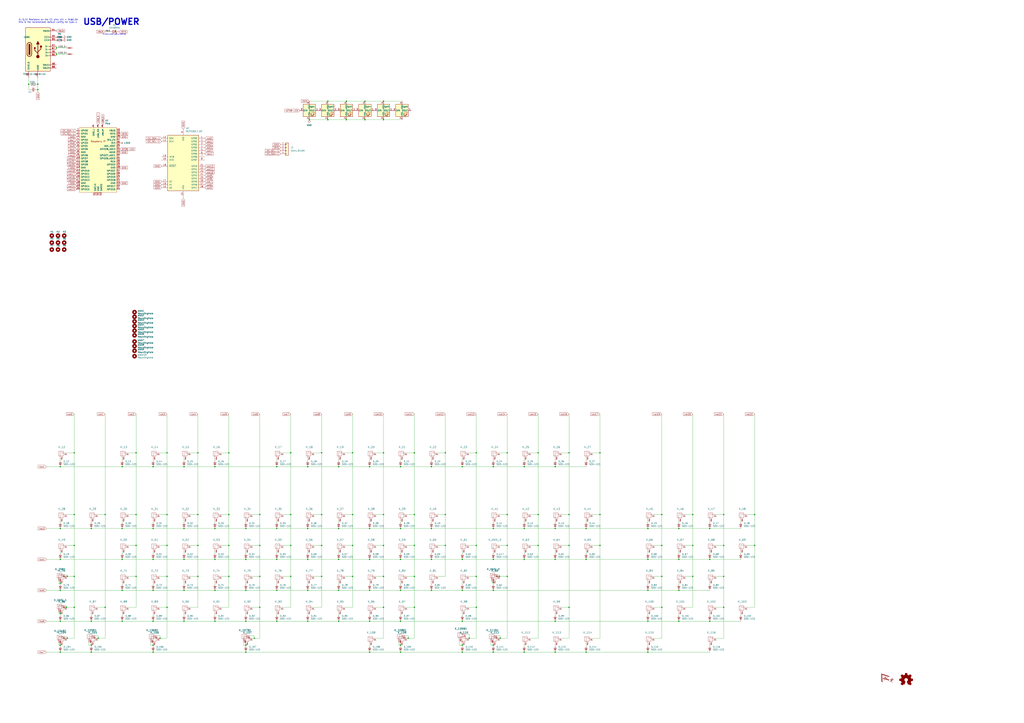
<source format=kicad_sch>
(kicad_sch (version 20211123) (generator eeschema)
  (paper "A1")
  (junction (at 328.93 459.74))
  (junction (at 131.445 524.51))
  (junction (at 467.36 372.11))
  (junction (at 594.36 473.71))
  (junction (at 328.93 383.54))
  (junction (at 227.33 485.14))
  (junction (at 416.56 473.71))
  (junction (at 125.73 485.14))
  (junction (at 391.16 473.71))
  (junction (at 314.96 98.425))
  (junction (at 162.56 473.71))
  (junction (at 284.48 98.425))
  (junction (at 176.53 383.54))
  (junction (at 568.96 422.91))
  (junction (at 125.73 383.54))
  (junction (at 238.76 473.71))
  (junction (at 201.93 510.54))
  (junction (at 303.53 510.54))
  (junction (at 201.93 434.34))
  (junction (at 269.24 98.425))
  (junction (at 405.13 530.225))
  (junction (at 328.93 530.225))
  (junction (at 543.56 499.11))
  (junction (at 55.245 524.51))
  (junction (at 303.53 459.74))
  (junction (at 289.56 372.11))
  (junction (at 60.96 473.71))
  (junction (at 49.53 434.34))
  (junction (at 328.93 485.14))
  (junction (at 49.53 479.425))
  (junction (at 213.36 448.31))
  (junction (at 557.53 510.54))
  (junction (at 46.355 44.45))
  (junction (at 328.93 535.94))
  (junction (at 354.33 485.14))
  (junction (at 46.355 39.37))
  (junction (at 340.36 422.91))
  (junction (at 557.53 459.74))
  (junction (at 379.73 459.74))
  (junction (at 379.73 530.225))
  (junction (at 176.53 434.34))
  (junction (at 455.93 459.74))
  (junction (at 385.445 524.51))
  (junction (at 365.76 422.91))
  (junction (at 213.36 499.11))
  (junction (at 31.115 73.66))
  (junction (at 100.33 510.54))
  (junction (at 187.96 372.11))
  (junction (at 60.96 499.11))
  (junction (at 213.36 422.91))
  (junction (at 619.76 422.91))
  (junction (at 49.53 485.14))
  (junction (at 455.93 434.34))
  (junction (at 137.16 372.11))
  (junction (at 430.53 459.74))
  (junction (at 314.96 473.71))
  (junction (at 201.93 530.225))
  (junction (at 125.73 535.94))
  (junction (at 340.36 448.31))
  (junction (at 354.33 383.54))
  (junction (at 269.24 83.185))
  (junction (at 594.36 448.31))
  (junction (at 532.13 459.74))
  (junction (at 532.13 535.94))
  (junction (at 151.13 510.54))
  (junction (at 314.96 499.11))
  (junction (at 125.73 530.225))
  (junction (at 137.16 473.71))
  (junction (at 151.13 434.34))
  (junction (at 467.36 499.11))
  (junction (at 354.33 434.34))
  (junction (at 208.915 524.51))
  (junction (at 162.56 372.11))
  (junction (at 227.33 434.34))
  (junction (at 557.53 485.14))
  (junction (at 416.56 422.91))
  (junction (at 455.93 383.54))
  (junction (at 619.76 448.31))
  (junction (at 201.93 535.94))
  (junction (at 405.13 478.79))
  (junction (at 568.96 473.71))
  (junction (at 582.93 459.74))
  (junction (at 582.93 510.54))
  (junction (at 467.36 422.91))
  (junction (at 492.76 422.91))
  (junction (at 299.72 83.185))
  (junction (at 582.93 434.34))
  (junction (at 60.96 372.11))
  (junction (at 303.53 383.54))
  (junction (at 201.93 485.14))
  (junction (at 100.33 383.54))
  (junction (at 416.56 372.11))
  (junction (at 405.13 459.74))
  (junction (at 405.13 485.14))
  (junction (at 176.53 485.14))
  (junction (at 49.53 383.54))
  (junction (at 303.53 434.34))
  (junction (at 299.72 98.425))
  (junction (at 289.56 473.71))
  (junction (at 278.13 485.14))
  (junction (at 594.36 499.11))
  (junction (at 49.53 510.54))
  (junction (at 441.96 422.91))
  (junction (at 314.96 372.11))
  (junction (at 328.93 434.34))
  (junction (at 410.845 524.51))
  (junction (at 264.16 372.11))
  (junction (at 187.96 448.31))
  (junction (at 74.93 535.94))
  (junction (at 151.13 459.74))
  (junction (at 49.53 459.74))
  (junction (at 238.76 422.91))
  (junction (at 430.53 535.94))
  (junction (at 125.73 434.34))
  (junction (at 111.76 422.91))
  (junction (at 176.53 510.54))
  (junction (at 391.16 499.11))
  (junction (at 543.56 422.91))
  (junction (at 354.33 459.74))
  (junction (at 213.36 473.71))
  (junction (at 151.13 485.14))
  (junction (at 187.96 422.91))
  (junction (at 264.16 473.71))
  (junction (at 176.53 459.74))
  (junction (at 328.93 510.54))
  (junction (at 278.13 383.54))
  (junction (at 86.36 422.91))
  (junction (at 532.13 510.54))
  (junction (at 335.28 524.51))
  (junction (at 252.73 434.34))
  (junction (at 492.76 448.31))
  (junction (at 54.61 499.11))
  (junction (at 568.96 448.31))
  (junction (at 86.36 499.11))
  (junction (at 238.76 448.31))
  (junction (at 314.96 448.31))
  (junction (at 430.53 383.54))
  (junction (at 125.73 510.54))
  (junction (at 365.76 448.31))
  (junction (at 162.56 422.91))
  (junction (at 303.53 535.94))
  (junction (at 455.93 510.54))
  (junction (at 543.56 473.71))
  (junction (at 137.16 499.11))
  (junction (at 137.16 422.91))
  (junction (at 289.56 422.91))
  (junction (at 227.33 383.54))
  (junction (at 314.96 422.91))
  (junction (at 252.73 383.54))
  (junction (at 391.16 372.11))
  (junction (at 405.13 383.54))
  (junction (at 162.56 448.31))
  (junction (at 467.36 448.31))
  (junction (at 289.56 448.31))
  (junction (at 340.36 499.11))
  (junction (at 74.93 530.225))
  (junction (at 111.76 473.71))
  (junction (at 492.76 372.11))
  (junction (at 254 98.425))
  (junction (at 391.16 448.31))
  (junction (at 278.13 459.74))
  (junction (at 49.53 530.225))
  (junction (at 379.73 485.14))
  (junction (at 49.53 504.19))
  (junction (at 405.13 535.94))
  (junction (at 340.36 372.11))
  (junction (at 532.13 485.14))
  (junction (at 74.93 434.34))
  (junction (at 100.33 459.74))
  (junction (at 100.33 485.14))
  (junction (at 481.33 459.74))
  (junction (at 314.96 83.185))
  (junction (at 238.76 372.11))
  (junction (at 481.33 535.94))
  (junction (at 278.13 510.54))
  (junction (at 227.33 459.74))
  (junction (at 151.13 383.54))
  (junction (at 284.48 83.185))
  (junction (at 264.16 422.91))
  (junction (at 227.33 510.54))
  (junction (at 264.16 448.31))
  (junction (at 594.36 422.91))
  (junction (at 125.73 459.74))
  (junction (at 201.93 459.74))
  (junction (at 441.96 448.31))
  (junction (at 441.96 372.11))
  (junction (at 410.21 473.71))
  (junction (at 278.13 434.34))
  (junction (at 80.645 524.51))
  (junction (at 55.245 473.71))
  (junction (at 111.76 448.31))
  (junction (at 365.76 372.11))
  (junction (at 557.53 434.34))
  (junction (at 405.13 434.34))
  (junction (at 187.96 473.71))
  (junction (at 252.73 510.54))
  (junction (at 111.76 372.11))
  (junction (at 49.53 535.94))
  (junction (at 340.36 473.71))
  (junction (at 416.56 448.31))
  (junction (at 60.96 422.91))
  (junction (at 532.13 434.34))
  (junction (at 481.33 434.34))
  (junction (at 430.53 434.34))
  (junction (at 379.73 535.94))
  (junction (at 303.53 485.14))
  (junction (at 252.73 459.74))
  (junction (at 100.33 434.34))
  (junction (at 543.56 448.31))
  (junction (at 137.16 448.31))
  (junction (at 60.96 448.31))
  (junction (at 23.495 69.215))
  (junction (at 31.115 69.215))
  (junction (at 252.73 485.14))
  (junction (at 455.93 535.94))
  (junction (at 379.73 510.54))
  (junction (at 379.73 383.54))
  (junction (at 74.93 510.54))
  (wire (pts (xy 264.16 448.31) (xy 264.16 422.91)))
  (wire (pts (xy 385.445 524.51) (xy 391.16 524.51)))
  (wire (pts (xy 557.53 434.34) (xy 582.93 434.34)))
  (wire (pts (xy 486.41 422.91) (xy 492.76 422.91)))
  (wire (pts (xy 176.53 510.54) (xy 201.93 510.54)))
  (wire (pts (xy 74.93 530.225) (xy 74.93 530.86)))
  (wire (pts (xy 588.01 499.11) (xy 594.36 499.11)))
  (wire (pts (xy 461.01 448.31) (xy 467.36 448.31)))
  (wire (pts (xy 557.53 510.54) (xy 582.93 510.54)))
  (wire (pts (xy 303.53 427.99) (xy 303.53 429.26)))
  (wire (pts (xy 416.56 372.11) (xy 416.56 340.36)))
  (wire (pts (xy 403.225 530.225) (xy 405.13 530.225)))
  (wire (pts (xy 176.53 453.39) (xy 176.53 454.66)))
  (wire (pts (xy 151.13 434.34) (xy 176.53 434.34)))
  (wire (pts (xy 328.93 459.74) (xy 354.33 459.74)))
  (wire (pts (xy 379.73 459.74) (xy 405.13 459.74)))
  (wire (pts (xy 80.01 422.91) (xy 86.36 422.91)))
  (wire (pts (xy 232.41 499.11) (xy 238.76 499.11)))
  (wire (pts (xy 23.495 69.215) (xy 23.495 73.66)))
  (wire (pts (xy 252.73 453.39) (xy 252.73 454.66)))
  (wire (pts (xy 410.21 448.31) (xy 416.56 448.31)))
  (wire (pts (xy 201.93 427.99) (xy 201.93 429.26)))
  (wire (pts (xy 492.76 372.11) (xy 492.76 422.91)))
  (wire (pts (xy 49.53 504.19) (xy 49.53 505.46)))
  (wire (pts (xy 481.33 427.99) (xy 481.33 429.26)))
  (wire (pts (xy 207.01 499.11) (xy 213.36 499.11)))
  (wire (pts (xy 238.76 372.11) (xy 238.76 422.91)))
  (wire (pts (xy 232.41 448.31) (xy 238.76 448.31)))
  (wire (pts (xy 207.01 524.51) (xy 208.915 524.51)))
  (wire (pts (xy 49.53 529.59) (xy 49.53 530.225)))
  (wire (pts (xy 38.1 434.34) (xy 49.53 434.34)))
  (wire (pts (xy 303.53 529.59) (xy 303.53 530.86)))
  (wire (pts (xy 137.16 499.11) (xy 137.16 473.71)))
  (wire (pts (xy 254 98.425) (xy 269.24 98.425)))
  (wire (pts (xy 379.73 383.54) (xy 405.13 383.54)))
  (wire (pts (xy 278.13 383.54) (xy 303.53 383.54)))
  (wire (pts (xy 430.53 427.99) (xy 430.53 429.26)))
  (wire (pts (xy 379.73 529.59) (xy 379.73 530.225)))
  (wire (pts (xy 557.53 453.39) (xy 557.53 454.66)))
  (wire (pts (xy 467.36 340.36) (xy 467.36 372.11)))
  (wire (pts (xy 49.53 479.425) (xy 49.53 480.06)))
  (wire (pts (xy 382.27 521.335) (xy 385.445 521.335)))
  (wire (pts (xy 289.56 499.11) (xy 289.56 473.71)))
  (wire (pts (xy 181.61 473.71) (xy 187.96 473.71)))
  (wire (pts (xy 340.36 448.31) (xy 340.36 422.91)))
  (wire (pts (xy 125.73 427.99) (xy 125.73 429.26)))
  (wire (pts (xy 537.21 499.11) (xy 543.56 499.11)))
  (wire (pts (xy 49.53 535.94) (xy 74.93 535.94)))
  (wire (pts (xy 125.73 377.19) (xy 125.73 378.46)))
  (wire (pts (xy 408.305 522.605) (xy 410.845 522.605)))
  (wire (pts (xy 264.16 499.11) (xy 264.16 473.71)))
  (wire (pts (xy 455.93 434.34) (xy 481.33 434.34)))
  (wire (pts (xy 613.41 499.11) (xy 619.76 499.11)))
  (wire (pts (xy 38.1 485.14) (xy 49.53 485.14)))
  (wire (pts (xy 354.33 453.39) (xy 354.33 454.66)))
  (wire (pts (xy 111.76 473.71) (xy 111.76 448.31)))
  (wire (pts (xy 543.56 422.91) (xy 543.56 448.31)))
  (wire (pts (xy 328.93 434.34) (xy 354.33 434.34)))
  (wire (pts (xy 410.845 522.605) (xy 410.845 524.51)))
  (wire (pts (xy 74.93 504.19) (xy 74.93 505.46)))
  (wire (pts (xy 379.73 530.225) (xy 379.73 530.86)))
  (wire (pts (xy 334.01 448.31) (xy 340.36 448.31)))
  (wire (pts (xy 100.33 434.34) (xy 125.73 434.34)))
  (wire (pts (xy 100.33 427.99) (xy 100.33 429.26)))
  (wire (pts (xy 278.13 427.99) (xy 278.13 429.26)))
  (wire (pts (xy 100.33 504.19) (xy 100.33 505.46)))
  (wire (pts (xy 403.86 477.52) (xy 403.86 478.79)))
  (wire (pts (xy 60.96 499.11) (xy 60.96 473.71)))
  (wire (pts (xy 238.76 499.11) (xy 238.76 473.71)))
  (wire (pts (xy 582.93 529.59) (xy 582.93 530.86)))
  (wire (pts (xy 328.93 535.94) (xy 379.73 535.94)))
  (wire (pts (xy 532.13 535.94) (xy 582.93 535.94)))
  (wire (pts (xy 125.73 530.225) (xy 125.73 530.86)))
  (wire (pts (xy 354.33 459.74) (xy 379.73 459.74)))
  (wire (pts (xy 207.01 473.71) (xy 213.36 473.71)))
  (wire (pts (xy 264.16 340.36) (xy 264.16 372.11)))
  (wire (pts (xy 252.73 434.34) (xy 278.13 434.34)))
  (wire (pts (xy 46.355 43.18) (xy 46.355 44.45)))
  (wire (pts (xy 619.76 499.11) (xy 619.76 448.31)))
  (wire (pts (xy 227.33 434.34) (xy 252.73 434.34)))
  (wire (pts (xy 151.13 453.39) (xy 151.13 454.66)))
  (wire (pts (xy 46.355 44.45) (xy 46.355 45.72)))
  (wire (pts (xy 54.61 372.11) (xy 60.96 372.11)))
  (wire (pts (xy 29.845 73.66) (xy 31.115 73.66)))
  (wire (pts (xy 130.81 524.51) (xy 131.445 524.51)))
  (wire (pts (xy 100.33 510.54) (xy 125.73 510.54)))
  (wire (pts (xy 151.13 478.79) (xy 151.13 480.06)))
  (wire (pts (xy 461.01 422.91) (xy 467.36 422.91)))
  (wire (pts (xy 73.025 527.685) (xy 73.025 530.225)))
  (wire (pts (xy 284.48 83.185) (xy 299.72 83.185)))
  (wire (pts (xy 430.53 535.94) (xy 455.93 535.94)))
  (wire (pts (xy 278.13 485.14) (xy 303.53 485.14)))
  (wire (pts (xy 201.93 459.74) (xy 227.33 459.74)))
  (wire (pts (xy 60.96 448.31) (xy 60.96 422.91)))
  (wire (pts (xy 303.53 383.54) (xy 328.93 383.54)))
  (wire (pts (xy 613.41 448.31) (xy 619.76 448.31)))
  (wire (pts (xy 125.73 453.39) (xy 125.73 454.66)))
  (wire (pts (xy 54.61 448.31) (xy 60.96 448.31)))
  (wire (pts (xy 405.13 485.14) (xy 532.13 485.14)))
  (wire (pts (xy 619.76 340.36) (xy 619.76 422.91)))
  (wire (pts (xy 55.245 524.51) (xy 60.96 524.51)))
  (wire (pts (xy 125.73 529.59) (xy 125.73 530.225)))
  (wire (pts (xy 54.61 497.84) (xy 54.61 499.11)))
  (wire (pts (xy 384.81 499.11) (xy 391.16 499.11)))
  (wire (pts (xy 405.13 530.225) (xy 405.13 530.86)))
  (wire (pts (xy 283.21 473.71) (xy 289.56 473.71)))
  (wire (pts (xy 562.61 473.71) (xy 568.96 473.71)))
  (wire (pts (xy 582.93 453.39) (xy 582.93 454.66)))
  (wire (pts (xy 130.81 499.11) (xy 137.16 499.11)))
  (wire (pts (xy 213.36 340.36) (xy 213.36 422.91)))
  (wire (pts (xy 492.76 448.31) (xy 492.76 422.91)))
  (wire (pts (xy 60.96 473.71) (xy 60.96 448.31)))
  (wire (pts (xy 80.645 522.605) (xy 80.645 524.51)))
  (wire (pts (xy 201.93 535.94) (xy 303.53 535.94)))
  (wire (pts (xy 303.53 510.54) (xy 328.93 510.54)))
  (wire (pts (xy 314.96 98.425) (xy 330.2 98.425)))
  (wire (pts (xy 38.1 459.74) (xy 49.53 459.74)))
  (wire (pts (xy 86.36 422.91) (xy 86.36 499.11)))
  (wire (pts (xy 486.41 524.51) (xy 492.76 524.51)))
  (wire (pts (xy 49.53 530.225) (xy 49.53 530.86)))
  (wire (pts (xy 328.93 377.19) (xy 328.93 378.46)))
  (wire (pts (xy 405.13 529.59) (xy 405.13 530.225)))
  (wire (pts (xy 340.36 499.11) (xy 340.36 473.71)))
  (wire (pts (xy 227.33 383.54) (xy 252.73 383.54)))
  (wire (pts (xy 201.93 453.39) (xy 201.93 454.66)))
  (wire (pts (xy 455.93 504.19) (xy 455.93 505.46)))
  (wire (pts (xy 532.13 478.79) (xy 532.13 480.06)))
  (wire (pts (xy 130.81 473.71) (xy 137.16 473.71)))
  (wire (pts (xy 283.21 422.91) (xy 289.56 422.91)))
  (wire (pts (xy 208.915 524.51) (xy 213.36 524.51)))
  (wire (pts (xy 568.96 473.71) (xy 568.96 448.31)))
  (wire (pts (xy 252.73 459.74) (xy 278.13 459.74)))
  (wire (pts (xy 403.225 527.685) (xy 403.225 530.225)))
  (wire (pts (xy 430.53 453.39) (xy 430.53 454.66)))
  (wire (pts (xy 335.28 522.605) (xy 335.28 524.51)))
  (wire (pts (xy 299.72 83.185) (xy 314.96 83.185)))
  (wire (pts (xy 46.355 44.45) (xy 55.245 44.45)))
  (wire (pts (xy 334.01 473.71) (xy 340.36 473.71)))
  (wire (pts (xy 201.93 478.79) (xy 201.93 480.06)))
  (wire (pts (xy 334.01 422.91) (xy 340.36 422.91)))
  (wire (pts (xy 328.93 427.99) (xy 328.93 429.26)))
  (wire (pts (xy 408.94 472.44) (xy 410.21 472.44)))
  (wire (pts (xy 78.105 522.605) (xy 80.645 522.605)))
  (wire (pts (xy 543.56 499.11) (xy 543.56 473.71)))
  (wire (pts (xy 86.36 26.035) (xy 90.17 26.035)))
  (wire (pts (xy 55.245 472.44) (xy 55.245 473.71)))
  (wire (pts (xy 49.53 434.34) (xy 74.93 434.34)))
  (wire (pts (xy 532.13 434.34) (xy 557.53 434.34)))
  (wire (pts (xy 327.66 530.225) (xy 328.93 530.225)))
  (wire (pts (xy 31.115 63.5) (xy 31.115 69.215)))
  (wire (pts (xy 213.36 499.11) (xy 213.36 473.71)))
  (wire (pts (xy 54.61 473.71) (xy 55.245 473.71)))
  (wire (pts (xy 354.33 377.19) (xy 354.33 378.46)))
  (wire (pts (xy 130.81 422.91) (xy 137.16 422.91)))
  (wire (pts (xy 594.36 524.51) (xy 594.36 499.11)))
  (wire (pts (xy 176.53 459.74) (xy 201.93 459.74)))
  (wire (pts (xy 416.56 473.71) (xy 416.56 448.31)))
  (wire (pts (xy 100.33 383.54) (xy 125.73 383.54)))
  (wire (pts (xy 467.36 499.11) (xy 467.36 448.31)))
  (wire (pts (xy 24.765 69.215) (xy 23.495 69.215)))
  (wire (pts (xy 162.56 473.71) (xy 162.56 448.31)))
  (wire (pts (xy 54.61 524.51) (xy 55.245 524.51)))
  (wire (pts (xy 532.13 485.14) (xy 557.53 485.14)))
  (wire (pts (xy 568.96 340.36) (xy 568.96 422.91)))
  (wire (pts (xy 137.16 524.51) (xy 137.16 499.11)))
  (wire (pts (xy 303.53 478.79) (xy 303.53 480.06)))
  (wire (pts (xy 365.76 448.31) (xy 365.76 422.91)))
  (wire (pts (xy 328.93 510.54) (xy 379.73 510.54)))
  (wire (pts (xy 201.93 485.14) (xy 227.33 485.14)))
  (wire (pts (xy 201.93 504.19) (xy 201.93 505.46)))
  (wire (pts (xy 86.36 524.51) (xy 86.36 499.11)))
  (wire (pts (xy 543.56 524.51) (xy 543.56 499.11)))
  (wire (pts (xy 181.61 422.91) (xy 187.96 422.91)))
  (wire (pts (xy 391.16 372.11) (xy 391.16 448.31)))
  (wire (pts (xy 608.33 427.99) (xy 608.33 429.26)))
  (wire (pts (xy 340.36 372.11) (xy 340.36 340.36)))
  (wire (pts (xy 365.76 473.71) (xy 365.76 448.31)))
  (wire (pts (xy 227.33 453.39) (xy 227.33 454.66)))
  (wire (pts (xy 340.36 473.71) (xy 340.36 448.31)))
  (wire (pts (xy 308.61 372.11) (xy 314.96 372.11)))
  (wire (pts (xy 227.33 459.74) (xy 252.73 459.74)))
  (wire (pts (xy 100.33 478.79) (xy 100.33 480.06)))
  (wire (pts (xy 481.33 453.39) (xy 481.33 454.66)))
  (wire (pts (xy 557.53 427.99) (xy 557.53 429.26)))
  (wire (pts (xy 111.76 372.11) (xy 111.76 340.36)))
  (wire (pts (xy 151.13 510.54) (xy 176.53 510.54)))
  (wire (pts (xy 416.56 372.11) (xy 416.56 422.91)))
  (wire (pts (xy 588.01 473.71) (xy 594.36 473.71)))
  (wire (pts (xy 151.13 427.99) (xy 151.13 429.26)))
  (wire (pts (xy 187.96 372.11) (xy 187.96 422.91)))
  (wire (pts (xy 385.445 521.335) (xy 385.445 524.51)))
  (wire (pts (xy 227.33 427.99) (xy 227.33 429.26)))
  (wire (pts (xy 156.21 499.11) (xy 162.56 499.11)))
  (wire (pts (xy 492.76 524.51) (xy 492.76 448.31)))
  (wire (pts (xy 391.16 524.51) (xy 391.16 499.11)))
  (wire (pts (xy 557.53 504.19) (xy 557.53 505.46)))
  (wire (pts (xy 48.26 502.92) (xy 48.26 504.19)))
  (wire (pts (xy 49.53 453.39) (xy 49.53 454.66)))
  (wire (pts (xy 537.21 422.91) (xy 543.56 422.91)))
  (wire (pts (xy 441.96 448.31) (xy 441.96 422.91)))
  (wire (pts (xy 486.41 448.31) (xy 492.76 448.31)))
  (wire (pts (xy 441.96 372.11) (xy 441.96 422.91)))
  (wire (pts (xy 619.76 422.91) (xy 619.76 448.31)))
  (wire (pts (xy 213.36 422.91) (xy 213.36 448.31)))
  (wire (pts (xy 283.21 499.11) (xy 289.56 499.11)))
  (wire (pts (xy 410.21 422.91) (xy 416.56 422.91)))
  (wire (pts (xy 455.93 535.94) (xy 481.33 535.94)))
  (wire (pts (xy 284.48 98.425) (xy 299.72 98.425)))
  (wire (pts (xy 328.93 383.54) (xy 354.33 383.54)))
  (wire (pts (xy 257.81 499.11) (xy 264.16 499.11)))
  (wire (pts (xy 269.24 98.425) (xy 284.48 98.425)))
  (wire (pts (xy 328.93 485.14) (xy 354.33 485.14)))
  (wire (pts (xy 410.21 524.51) (xy 410.845 524.51)))
  (wire (pts (xy 48.26 479.425) (xy 49.53 479.425)))
  (wire (pts (xy 38.1 510.54) (xy 49.53 510.54)))
  (wire (pts (xy 137.16 473.71) (xy 137.16 448.31)))
  (wire (pts (xy 181.61 448.31) (xy 187.96 448.31)))
  (wire (pts (xy 105.41 473.71) (xy 111.76 473.71)))
  (wire (pts (xy 252.73 485.14) (xy 278.13 485.14)))
  (wire (pts (xy 391.16 372.11) (xy 391.16 340.36)))
  (wire (pts (xy 303.53 459.74) (xy 328.93 459.74)))
  (wire (pts (xy 405.13 478.79) (xy 405.13 480.06)))
  (wire (pts (xy 543.56 473.71) (xy 543.56 448.31)))
  (wire (pts (xy 176.53 485.14) (xy 201.93 485.14)))
  (wire (pts (xy 562.61 422.91) (xy 568.96 422.91)))
  (wire (pts (xy 162.56 448.31) (xy 162.56 422.91)))
  (wire (pts (xy 54.61 499.11) (xy 60.96 499.11)))
  (wire (pts (xy 80.01 499.11) (xy 86.36 499.11)))
  (wire (pts (xy 74.93 434.34) (xy 100.33 434.34)))
  (wire (pts (xy 74.93 535.94) (xy 125.73 535.94)))
  (wire (pts (xy 176.53 427.99) (xy 176.53 429.26)))
  (wire (pts (xy 430.53 377.19) (xy 430.53 378.46)))
  (wire (pts (xy 334.01 524.51) (xy 335.28 524.51)))
  (wire (pts (xy 151.13 377.19) (xy 151.13 378.46)))
  (wire (pts (xy 213.36 524.51) (xy 213.36 499.11)))
  (wire (pts (xy 377.19 530.225) (xy 379.73 530.225)))
  (wire (pts (xy 162.56 372.11) (xy 162.56 340.36)))
  (wire (pts (xy 481.33 434.34) (xy 532.13 434.34)))
  (wire (pts (xy 252.73 504.19) (xy 252.73 505.46)))
  (wire (pts (xy 562.61 499.11) (xy 568.96 499.11)))
  (wire (pts (xy 100.33 453.39) (xy 100.33 454.66)))
  (wire (pts (xy 562.61 448.31) (xy 568.96 448.31)))
  (wire (pts (xy 405.13 434.34) (xy 430.53 434.34)))
  (wire (pts (xy 410.21 472.44) (xy 410.21 473.71)))
  (wire (pts (xy 150.495 161.925) (xy 150.495 163.195)))
  (wire (pts (xy 238.76 473.71) (xy 238.76 448.31)))
  (wire (pts (xy 328.93 504.19) (xy 328.93 505.46)))
  (wire (pts (xy 151.13 485.14) (xy 176.53 485.14)))
  (wire (pts (xy 334.01 499.11) (xy 340.36 499.11)))
  (wire (pts (xy 257.81 448.31) (xy 264.16 448.31)))
  (wire (pts (xy 379.73 510.54) (xy 455.93 510.54)))
  (wire (pts (xy 359.41 473.71) (xy 365.76 473.71)))
  (wire (pts (xy 238.76 372.11) (xy 238.76 340.36)))
  (wire (pts (xy 156.21 448.31) (xy 162.56 448.31)))
  (wire (pts (xy 481.33 459.74) (xy 532.13 459.74)))
  (wire (pts (xy 201.93 530.225) (xy 201.93 530.86)))
  (wire (pts (xy 608.33 504.19) (xy 608.33 505.46)))
  (wire (pts (xy 137.16 340.36) (xy 137.16 372.11)))
  (wire (pts (xy 314.96 372.11) (xy 314.96 422.91)))
  (wire (pts (xy 455.93 459.74) (xy 481.33 459.74)))
  (wire (pts (xy 441.96 340.36) (xy 441.96 372.11)))
  (wire (pts (xy 314.96 372.11) (xy 314.96 340.36)))
  (wire (pts (xy 308.61 499.11) (xy 314.96 499.11)))
  (wire (pts (xy 181.61 499.11) (xy 187.96 499.11)))
  (wire (pts (xy 49.53 427.99) (xy 49.53 429.26)))
  (wire (pts (xy 227.33 377.19) (xy 227.33 378.46)))
  (wire (pts (xy 354.33 434.34) (xy 405.13 434.34)))
  (wire (pts (xy 254 83.185) (xy 269.24 83.185)))
  (wire (pts (xy 379.73 453.39) (xy 379.73 454.66)))
  (wire (pts (xy 532.13 529.59) (xy 532.13 530.86)))
  (wire (pts (xy 582.93 478.79) (xy 582.93 480.06)))
  (wire (pts (xy 105.41 499.11) (xy 111.76 499.11)))
  (wire (pts (xy 303.53 453.39) (xy 303.53 454.66)))
  (wire (pts (xy 205.105 522.605) (xy 208.915 522.605)))
  (wire (pts (xy 455.93 453.39) (xy 455.93 454.66)))
  (wire (pts (xy 467.36 372.11) (xy 467.36 422.91)))
  (wire (pts (xy 213.36 473.71) (xy 213.36 448.31)))
  (wire (pts (xy 543.56 340.36) (xy 543.56 422.91)))
  (wire (pts (xy 568.96 499.11) (xy 568.96 473.71)))
  (wire (pts (xy 299.72 98.425) (xy 314.96 98.425)))
  (wire (pts (xy 289.56 372.11) (xy 289.56 422.91)))
  (wire (pts (xy 49.53 485.14) (xy 100.33 485.14)))
  (wire (pts (xy 334.01 372.11) (xy 340.36 372.11)))
  (wire (pts (xy 125.73 535.94) (xy 201.93 535.94)))
  (wire (pts (xy 125.73 459.74) (xy 151.13 459.74)))
  (wire (pts (xy 201.93 510.54) (xy 227.33 510.54)))
  (wire (pts (xy 532.13 510.54) (xy 557.53 510.54)))
  (wire (pts (xy 278.13 377.19) (xy 278.13 378.46)))
  (wire (pts (xy 384.81 372.11) (xy 391.16 372.11)))
  (wire (pts (xy 359.41 372.11) (xy 365.76 372.11)))
  (wire (pts (xy 151.13 383.54) (xy 176.53 383.54)))
  (wire (pts (xy 532.13 459.74) (xy 557.53 459.74)))
  (wire (pts (xy 48.26 528.32) (xy 48.26 530.225)))
  (wire (pts (xy 156.21 422.91) (xy 162.56 422.91)))
  (wire (pts (xy 278.13 459.74) (xy 303.53 459.74)))
  (wire (pts (xy 100.33 459.74) (xy 125.73 459.74)))
  (wire (pts (xy 430.53 529.59) (xy 430.53 530.86)))
  (wire (pts (xy 354.33 485.14) (xy 379.73 485.14)))
  (wire (pts (xy 328.93 453.39) (xy 328.93 454.66)))
  (wire (pts (xy 314.96 524.51) (xy 314.96 499.11)))
  (wire (pts (xy 200.025 527.685) (xy 200.025 530.225)))
  (wire (pts (xy 105.41 372.11) (xy 111.76 372.11)))
  (wire (pts (xy 314.96 473.71) (xy 314.96 448.31)))
  (wire (pts (xy 613.41 422.91) (xy 619.76 422.91)))
  (wire (pts (xy 354.33 427.99) (xy 354.33 429.26)))
  (wire (pts (xy 125.73 504.19) (xy 125.73 505.46)))
  (wire (pts (xy 461.01 499.11) (xy 467.36 499.11)))
  (wire (pts (xy 80.01 524.51) (xy 80.645 524.51)))
  (wire (pts (xy 532.13 427.99) (xy 532.13 429.26)))
  (wire (pts (xy 123.825 530.225) (xy 125.73 530.225)))
  (wire (pts (xy 461.01 372.11) (xy 467.36 372.11)))
  (wire (pts (xy 308.61 473.71) (xy 314.96 473.71)))
  (wire (pts (xy 384.81 524.51) (xy 385.445 524.51)))
  (wire (pts (xy 73.025 530.225) (xy 74.93 530.225)))
  (wire (pts (xy 594.36 499.11) (xy 594.36 473.71)))
  (wire (pts (xy 588.01 448.31) (xy 594.36 448.31)))
  (wire (pts (xy 187.96 372.11) (xy 187.96 340.36)))
  (wire (pts (xy 455.93 383.54) (xy 481.33 383.54)))
  (wire (pts (xy 467.36 524.51) (xy 467.36 499.11)))
  (wire (pts (xy 435.61 524.51) (xy 441.96 524.51)))
  (wire (pts (xy 365.76 372.11) (xy 365.76 422.91)))
  (wire (pts (xy 405.13 383.54) (xy 430.53 383.54)))
  (wire (pts (xy 49.53 510.54) (xy 74.93 510.54)))
  (wire (pts (xy 38.1 535.94) (xy 49.53 535.94)))
  (wire (pts (xy 125.73 510.54) (xy 151.13 510.54)))
  (wire (pts (xy 227.33 510.54) (xy 252.73 510.54)))
  (wire (pts (xy 359.41 448.31) (xy 365.76 448.31)))
  (wire (pts (xy 410.845 524.51) (xy 416.56 524.51)))
  (wire (pts (xy 151.13 504.19) (xy 151.13 505.46)))
  (wire (pts (xy 532.13 504.19) (xy 532.13 505.46)))
  (wire (pts (xy 303.53 485.14) (xy 328.93 485.14)))
  (wire (pts (xy 176.53 434.34) (xy 201.93 434.34)))
  (wire (pts (xy 207.01 422.91) (xy 213.36 422.91)))
  (wire (pts (xy 162.56 499.11) (xy 162.56 473.71)))
  (wire (pts (xy 582.93 510.54) (xy 608.33 510.54)))
  (wire (pts (xy 384.81 448.31) (xy 391.16 448.31)))
  (wire (pts (xy 594.36 340.36) (xy 594.36 422.91)))
  (wire (pts (xy 49.53 478.79) (xy 49.53 479.425)))
  (wire (pts (xy 176.53 478.79) (xy 176.53 480.06)))
  (wire (pts (xy 354.33 478.79) (xy 354.33 480.06)))
  (wire (pts (xy 46.355 39.37) (xy 46.355 40.64)))
  (wire (pts (xy 405.13 454.66) (xy 405.13 453.39)))
  (wire (pts (xy 252.73 478.79) (xy 252.73 480.06)))
  (wire (pts (xy 208.915 522.605) (xy 208.915 524.51)))
  (wire (pts (xy 537.21 448.31) (xy 543.56 448.31)))
  (wire (pts (xy 105.41 448.31) (xy 111.76 448.31)))
  (wire (pts (xy 23.495 69.215) (xy 23.495 63.5)))
  (wire (pts (xy 314.96 499.11) (xy 314.96 473.71)))
  (wire (pts (xy 405.13 427.99) (xy 405.13 429.26)))
  (wire (pts (xy 125.73 434.34) (xy 151.13 434.34)))
  (wire (pts (xy 60.96 372.11) (xy 60.96 422.91)))
  (wire (pts (xy 264.16 372.11) (xy 264.16 422.91)))
  (wire (pts (xy 156.21 372.11) (xy 162.56 372.11)))
  (wire (pts (xy 486.41 372.11) (xy 492.76 372.11)))
  (wire (pts (xy 46.355 39.37) (xy 55.245 39.37)))
  (wire (pts (xy 55.245 523.24) (xy 55.245 524.51)))
  (wire (pts (xy 405.13 535.94) (xy 430.53 535.94)))
  (wire (pts (xy 303.53 535.94) (xy 328.93 535.94)))
  (wire (pts (xy 232.41 422.91) (xy 238.76 422.91)))
  (wire (pts (xy 278.13 510.54) (xy 303.53 510.54)))
  (wire (pts (xy 100.33 485.14) (xy 125.73 485.14)))
  (wire (pts (xy 100.33 377.19) (xy 100.33 378.46)))
  (wire (pts (xy 74.93 529.59) (xy 74.93 530.225)))
  (wire (pts (xy 278.13 504.19) (xy 278.13 505.46)))
  (wire (pts (xy 176.53 383.54) (xy 227.33 383.54)))
  (wire (pts (xy 403.86 478.79) (xy 405.13 478.79)))
  (wire (pts (xy 264.16 473.71) (xy 264.16 448.31)))
  (wire (pts (xy 48.26 504.19) (xy 49.53 504.19)))
  (wire (pts (xy 588.01 524.51) (xy 594.36 524.51)))
  (wire (pts (xy 48.26 530.225) (xy 49.53 530.225)))
  (wire (pts (xy 53.34 472.44) (xy 55.245 472.44)))
  (wire (pts (xy 340.36 524.51) (xy 340.36 499.11)))
  (wire (pts (xy 31.115 69.215) (xy 31.115 73.66)))
  (wire (pts (xy 405.13 459.74) (xy 430.53 459.74)))
  (wire (pts (xy 131.445 524.51) (xy 137.16 524.51)))
  (wire (pts (xy 455.93 529.59) (xy 455.93 530.86)))
  (wire (pts (xy 379.73 535.94) (xy 405.13 535.94)))
  (wire (pts (xy 582.93 434.34) (xy 608.33 434.34)))
  (wire (pts (xy 557.53 485.14) (xy 582.93 485.14)))
  (wire (pts (xy 435.61 422.91) (xy 441.96 422.91)))
  (wire (pts (xy 131.445 522.605) (xy 131.445 524.51)))
  (wire (pts (xy 269.24 83.185) (xy 284.48 83.185)))
  (wire (pts (xy 455.93 510.54) (xy 532.13 510.54)))
  (wire (pts (xy 391.16 499.11) (xy 391.16 473.71)))
  (wire (pts (xy 328.93 478.79) (xy 328.93 480.06)))
  (wire (pts (xy 328.93 529.59) (xy 328.93 530.225)))
  (wire (pts (xy 238.76 448.31) (xy 238.76 422.91)))
  (wire (pts (xy 328.93 530.225) (xy 328.93 530.86)))
  (wire (pts (xy 405.13 377.19) (xy 405.13 378.46)))
  (wire (pts (xy 257.81 372.11) (xy 264.16 372.11)))
  (wire (pts (xy 125.73 478.79) (xy 125.73 480.06)))
  (wire (pts (xy 252.73 377.19) (xy 252.73 378.46)))
  (wire (pts (xy 201.93 434.34) (xy 227.33 434.34)))
  (wire (pts (xy 74.93 427.99) (xy 74.93 429.26)))
  (wire (pts (xy 130.81 448.31) (xy 137.16 448.31)))
  (wire (pts (xy 588.01 422.91) (xy 594.36 422.91)))
  (wire (pts (xy 481.33 377.19) (xy 481.33 378.46)))
  (wire (pts (xy 379.73 478.79) (xy 379.73 480.06)))
  (wire (pts (xy 49.53 459.74) (xy 100.33 459.74)))
  (wire (pts (xy 289.56 473.71) (xy 289.56 448.31)))
  (wire (pts (xy 340.36 372.11) (xy 340.36 422.91)))
  (wire (pts (xy 335.28 524.51) (xy 340.36 524.51)))
  (wire (pts (xy 568.96 422.91) (xy 568.96 448.31)))
  (wire (pts (xy 60.96 340.36) (xy 60.96 372.11)))
  (wire (pts (xy 252.73 427.99) (xy 252.73 429.26)))
  (wire (pts (xy 111.76 448.31) (xy 111.76 422.91)))
  (wire (pts (xy 384.81 473.71) (xy 391.16 473.71)))
  (wire (pts (xy 74.93 510.54) (xy 100.33 510.54)))
  (wire (pts (xy 176.53 377.19) (xy 176.53 378.46)))
  (wire (pts (xy 123.825 527.685) (xy 123.825 530.225)))
  (wire (pts (xy 461.01 524.51) (xy 467.36 524.51)))
  (wire (pts (xy 38.1 383.54) (xy 49.53 383.54)))
  (wire (pts (xy 359.41 422.91) (xy 365.76 422.91)))
  (wire (pts (xy 537.21 524.51) (xy 543.56 524.51)))
  (wire (pts (xy 53.34 523.24) (xy 55.245 523.24)))
  (wire (pts (xy 283.21 372.11) (xy 289.56 372.11)))
  (wire (pts (xy 60.96 524.51) (xy 60.96 499.11)))
  (wire (pts (xy 435.61 448.31) (xy 441.96 448.31)))
  (wire (pts (xy 252.73 383.54) (xy 278.13 383.54)))
  (wire (pts (xy 416.56 524.51) (xy 416.56 473.71)))
  (wire (pts (xy 455.93 377.19) (xy 455.93 378.46)))
  (wire (pts (xy 327.66 527.685) (xy 327.66 530.225)))
  (wire (pts (xy 80.645 524.51) (xy 86.36 524.51)))
  (wire (pts (xy 227.33 485.14) (xy 252.73 485.14)))
  (wire (pts (xy 46.355 38.1) (xy 46.355 39.37)))
  (wire (pts (xy 354.33 383.54) (xy 379.73 383.54)))
  (wire (pts (xy 278.13 478.79) (xy 278.13 480.06)))
  (wire (pts (xy 481.33 535.94) (xy 532.13 535.94)))
  (wire (pts (xy 128.905 522.605) (xy 131.445 522.605)))
  (wire (pts (xy 257.81 473.71) (xy 264.16 473.71)))
  (wire (pts (xy 283.21 448.31) (xy 289.56 448.31)))
  (wire (pts (xy 151.13 459.74) (xy 176.53 459.74)))
  (wire (pts (xy 410.21 473.71) (xy 416.56 473.71)))
  (wire (pts (xy 377.19 526.415) (xy 377.19 530.225)))
  (wire (pts (xy 532.13 453.39) (xy 532.13 454.66)))
  (wire (pts (xy 232.41 372.11) (xy 238.76 372.11)))
  (wire (pts (xy 481.33 529.59) (xy 481.33 530.86)))
  (wire (pts (xy 187.96 499.11) (xy 187.96 473.71)))
  (wire (pts (xy 537.21 473.71) (xy 543.56 473.71)))
  (wire (pts (xy 365.76 372.11) (xy 365.76 340.36)))
  (wire (pts (xy 435.61 372.11) (xy 441.96 372.11)))
  (wire (pts (xy 303.53 377.19) (xy 303.53 378.46)))
  (wire (pts (xy 130.81 372.11) (xy 137.16 372.11)))
  (wire (pts (xy 303.53 434.34) (xy 328.93 434.34)))
  (wire (pts (xy 308.61 448.31) (xy 314.96 448.31)))
  (wire (pts (xy 181.61 372.11) (xy 187.96 372.11)))
  (wire (pts (xy 608.33 453.39) (xy 608.33 454.66)))
  (wire (pts (xy 278.13 453.39) (xy 278.13 454.66)))
  (wire (pts (xy 55.245 473.71) (xy 60.96 473.71)))
  (wire (pts (xy 200.025 530.225) (xy 201.93 530.225)))
  (wire (pts (xy 314.96 83.185) (xy 330.2 83.185)))
  (wire (pts (xy 137.16 372.11) (xy 137.16 422.91)))
  (wire (pts (xy 49.53 377.19) (xy 49.53 378.46)))
  (wire (pts (xy 86.36 340.36) (xy 86.36 422.91)))
  (wire (pts (xy 29.845 69.215) (xy 31.115 69.215)))
  (wire (pts (xy 582.93 459.74) (xy 608.33 459.74)))
  (wire (pts (xy 430.53 434.34) (xy 455.93 434.34)))
  (wire (pts (xy 303.53 504.19) (xy 303.53 505.46)))
  (wire (pts (xy 187.96 473.71) (xy 187.96 448.31)))
  (wire (pts (xy 289.56 448.31) (xy 289.56 422.91)))
  (wire (pts (xy 227.33 478.79) (xy 227.33 480.06)))
  (wire (pts (xy 201.93 529.59) (xy 201.93 530.225)))
  (wire (pts (xy 557.53 478.79) (xy 557.53 480.06)))
  (wire (pts (xy 379.73 377.19) (xy 379.73 378.46)))
  (wire (pts (xy 278.13 434.34) (xy 303.53 434.34)))
  (wire (pts (xy 332.74 522.605) (xy 335.28 522.605)))
  (wire (pts (xy 430.53 459.74) (xy 455.93 459.74)))
  (wire (pts (xy 31.115 75.565) (xy 31.115 73.66)))
  (wire (pts (xy 391.16 473.71) (xy 391.16 448.31)))
  (wire (pts (xy 308.61 422.91) (xy 314.96 422.91)))
  (wire (pts (xy 125.73 485.14) (xy 151.13 485.14)))
  (wire (pts (xy 455.93 427.99) (xy 455.93 429.26)))
  (wire (pts (xy 492.76 340.36) (xy 492.76 372.11)))
  (wire (pts (xy 187.96 448.31) (xy 187.96 422.91)))
  (wire (pts (xy 53.34 497.84) (xy 54.61 497.84)))
  (wire (pts (xy 557.53 459.74) (xy 582.93 459.74)))
  (wire (pts (xy 111.76 499.11) (xy 111.76 473.71)))
  (wire (pts (xy 232.41 473.71) (xy 238.76 473.71)))
  (wire (pts (xy 582.93 427.99) (xy 582.93 429.26)))
  (wire (pts (xy 111.76 372.11) (xy 111.76 422.91)))
  (wire (pts (xy 582.93 504.19) (xy 582.93 505.46)))
  (wire (pts (xy 467.36 448.31) (xy 467.36 422.91)))
  (wire (pts (xy 176.53 504.19) (xy 176.53 505.46)))
  (wire (pts (xy 379.73 485.14) (xy 405.13 485.14)))
  (wire (pts (xy 430.53 383.54) (xy 455.93 383.54)))
  (wire (pts (xy 105.41 422.91) (xy 111.76 422.91)))
  (wire (pts (xy 49.53 383.54) (xy 100.33 383.54)))
  (wire (pts (xy 289.56 372.11) (xy 289.56 340.36)))
  (wire (pts (xy 594.36 473.71) (xy 594.36 448.31)))
  (wire (pts (xy 308.61 524.51) (xy 314.96 524.51)))
  (wire (pts (xy 594.36 422.91) (xy 594.36 448.31)))
  (wire (pts (xy 54.61 422.91) (xy 60.96 422.91)))
  (wire (pts (xy 137.16 448.31) (xy 137.16 422.91)))
  (wire (pts (xy 23.495 73.66) (xy 24.765 73.66)))
  (wire (pts (xy 207.01 448.31) (xy 213.36 448.31)))
  (wire (pts (xy 156.21 473.71) (xy 162.56 473.71)))
  (wire (pts (xy 227.33 504.19) (xy 227.33 505.46)))
  (wire (pts (xy 410.21 372.11) (xy 416.56 372.11)))
  (wire (pts (xy 379.73 504.19) (xy 379.73 505.46)))
  (wire (pts (xy 314.96 448.31) (xy 314.96 422.91)))
  (wire (pts (xy 441.96 524.51) (xy 441.96 448.31)))
  (wire (pts (xy 257.81 422.91) (xy 264.16 422.91)))
  (wire (pts (xy 162.56 372.11) (xy 162.56 422.91)))
  (wire (pts (xy 125.73 383.54) (xy 151.13 383.54)))
  (wire (pts (xy 252.73 510.54) (xy 278.13 510.54)))
  (wire (pts (xy 48.26 477.52) (xy 48.26 479.425)))
  (wire (pts (xy 416.56 448.31) (xy 416.56 422.91)))
  (text "2x 5.1K Resistors on the CC pins will = 5V@1.5A\nthis is the recomended default config for type-c" (at 15.24 19.05 0) (effects (font (size 1.27 1.27)) (justify left bottom)))
  (text "D1 NEEDS to be 0omh resistor or 1N4002 diode" (at 84.455 28.575 0) (effects (font (size 0.508 0.508)) (justify left bottom)))
  (text "USB/POWER" (at 67.945 20.955 0) (effects (font (size 5.0038 5.0038) (thickness 1.0008) bold) (justify left bottom)))
  (label "VBUS" (at 86.36 26.035 0) (effects (font (size 0.9906 0.9906))))
  (label "USB_D-" (at 47.625 39.37 0))
  (label "USB_D+" (at 47.625 44.45 0))
  (global_label "VSYS" (shape input) (at 97.79 26.035 0) (effects (font (size 1.2 1.2))) (property "Intersheet References" "${INTERSHEET_REFS}" (effects hide)))
  (global_label "VSYS" (shape input) (at 254 83.185 180) (effects (font (size 1.2 1.2))) (property "Intersheet References" "${INTERSHEET_REFS}" (effects hide)))
  (global_label "col0" (shape input) (at 168.275 113.665 0) (property "Intersheet References" "${INTERSHEET_REFS}" (effects hide)))
  (global_label "row6" (shape input) (at 62.865 117.475 180) (property "Intersheet References" "${INTERSHEET_REFS}" (effects hide)))
  (global_label "GND" (shape input) (at 132.715 149.225 180) (property "Intersheet References" "${INTERSHEET_REFS}" (effects hide)))
  (global_label "GND" (shape input) (at 98.425 150.495 0) (property "Intersheet References" "${INTERSHEET_REFS}" (effects hide)))
  (global_label "GND" (shape input) (at 132.715 151.765 180) (property "Intersheet References" "${INTERSHEET_REFS}" (effects hide)))
  (global_label "GP28-LED" (shape input) (at 246.38 90.805 180) (property "Intersheet References" "${INTERSHEET_REFS}" (effects hide)))
  (global_label "col7" (shape input) (at 238.76 340.36 180) (property "Intersheet References" "${INTERSHEET_REFS}" (effects hide)))
  (global_label "GND" (shape input) (at 98.425 112.395 0) (property "Intersheet References" "${INTERSHEET_REFS}" (effects hide)))
  (global_label "col1" (shape input) (at 86.36 340.36 180) (property "Intersheet References" "${INTERSHEET_REFS}" (effects hide)))
  (global_label "row7" (shape input) (at 62.865 114.935 180) (property "Intersheet References" "${INTERSHEET_REFS}" (effects hide)))
  (global_label "col22" (shape input) (at 62.865 130.175 180) (property "Intersheet References" "${INTERSHEET_REFS}" (effects hide)))
  (global_label "USB_D+" (shape input) (at 84.455 102.235 90) (effects (font (size 1 1))) (property "Intersheet References" "${INTERSHEET_REFS}" (effects hide)))
  (global_label "col15" (shape input) (at 62.865 147.955 180) (property "Intersheet References" "${INTERSHEET_REFS}" (effects hide)))
  (global_label "GND" (shape input) (at 31.115 75.565 270) (property "Intersheet References" "${INTERSHEET_REFS}" (effects hide)))
  (global_label "USB_D-" (shape input) (at 55.245 39.37 0) (effects (font (size 0.508 0.508))) (property "Intersheet References" "${INTERSHEET_REFS}" (effects hide)))
  (global_label "col10" (shape input) (at 314.96 340.36 180) (property "Intersheet References" "${INTERSHEET_REFS}" (effects hide)))
  (global_label "I2C_SDA-1" (shape input) (at 62.865 107.315 180) (property "Intersheet References" "${INTERSHEET_REFS}" (effects hide)))
  (global_label "row4" (shape input) (at 62.865 122.555 180) (property "Intersheet References" "${INTERSHEET_REFS}" (effects hide)))
  (global_label "col4" (shape input) (at 168.275 123.825 0) (property "Intersheet References" "${INTERSHEET_REFS}" (effects hide)))
  (global_label "row6" (shape input) (at 38.1 510.54 180) (property "Intersheet References" "${INTERSHEET_REFS}" (effects hide)))
  (global_label "row3" (shape input) (at 38.1 434.34 180) (property "Intersheet References" "${INTERSHEET_REFS}" (effects hide)))
  (global_label "col9" (shape input) (at 289.56 340.36 180) (property "Intersheet References" "${INTERSHEET_REFS}" (effects hide)))
  (global_label "VBUS" (shape input) (at 46.355 25.4 0) (effects (font (size 1.2 1.2))) (property "Intersheet References" "${INTERSHEET_REFS}" (effects hide)))
  (global_label "row7" (shape input) (at 38.1 535.94 180) (property "Intersheet References" "${INTERSHEET_REFS}" (effects hide)))
  (global_label "col4" (shape input) (at 162.56 340.36 180) (property "Intersheet References" "${INTERSHEET_REFS}" (effects hide)))
  (global_label "col21" (shape input) (at 594.36 340.36 180) (property "Intersheet References" "${INTERSHEET_REFS}" (effects hide)))
  (global_label "col14" (shape input) (at 416.56 340.36 180) (property "Intersheet References" "${INTERSHEET_REFS}" (effects hide)))
  (global_label "col16" (shape input) (at 467.36 340.36 180) (property "Intersheet References" "${INTERSHEET_REFS}" (effects hide)))
  (global_label "VBUS" (shape input) (at 86.36 26.035 180) (effects (font (size 1.2 1.2))) (property "Intersheet References" "${INTERSHEET_REFS}" (effects hide)))
  (global_label "row3" (shape input) (at 62.865 127.635 180) (property "Intersheet References" "${INTERSHEET_REFS}" (effects hide)))
  (global_label "row5" (shape input) (at 38.1 485.14 180) (property "Intersheet References" "${INTERSHEET_REFS}" (effects hide)))
  (global_label "col16" (shape input) (at 62.865 145.415 180) (property "Intersheet References" "${INTERSHEET_REFS}" (effects hide)))
  (global_label "col19" (shape input) (at 62.865 140.335 180) (property "Intersheet References" "${INTERSHEET_REFS}" (effects hide)))
  (global_label "row4" (shape input) (at 38.1 459.74 180) (property "Intersheet References" "${INTERSHEET_REFS}" (effects hide)))
  (global_label "GND" (shape input) (at 230.505 118.745 180) (property "Intersheet References" "${INTERSHEET_REFS}" (effects hide)))
  (global_label "col14" (shape input) (at 62.865 153.035 180) (property "Intersheet References" "${INTERSHEET_REFS}" (effects hide)))
  (global_label "col5" (shape input) (at 168.275 154.305 0) (property "Intersheet References" "${INTERSHEET_REFS}" (effects hide)))
  (global_label "col8" (shape input) (at 264.16 340.36 180) (property "Intersheet References" "${INTERSHEET_REFS}" (effects hide)))
  (global_label "col13" (shape input) (at 62.865 155.575 180) (property "Intersheet References" "${INTERSHEET_REFS}" (effects hide)))
  (global_label "GND" (shape input) (at 62.865 137.795 180) (property "Intersheet References" "${INTERSHEET_REFS}" (effects hide)))
  (global_label "col8" (shape input) (at 168.275 146.685 0) (property "Intersheet References" "${INTERSHEET_REFS}" (effects hide)))
  (global_label "col7" (shape input) (at 168.275 149.225 0) (property "Intersheet References" "${INTERSHEET_REFS}" (effects hide)))
  (global_label "col21" (shape input) (at 62.865 132.715 180) (property "Intersheet References" "${INTERSHEET_REFS}" (effects hide)))
  (global_label "col22" (shape input) (at 619.76 340.36 180) (property "Intersheet References" "${INTERSHEET_REFS}" (effects hide)))
  (global_label "col6" (shape input) (at 168.275 151.765 0) (property "Intersheet References" "${INTERSHEET_REFS}" (effects hide)))
  (global_label "col20" (shape input) (at 568.96 340.36 180) (property "Intersheet References" "${INTERSHEET_REFS}" (effects hide)))
  (global_label "GND" (shape input) (at 98.425 125.095 0) (property "Intersheet References" "${INTERSHEET_REFS}" (effects hide)))
  (global_label "col2" (shape input) (at 111.76 340.36 180) (property "Intersheet References" "${INTERSHEET_REFS}" (effects hide)))
  (global_label "VSYS" (shape input) (at 230.505 121.285 180) (effects (font (size 1.2 1.2))) (property "Intersheet References" "${INTERSHEET_REFS}" (effects hide)))
  (global_label "I2C_SCL-1" (shape input) (at 62.865 109.855 180) (property "Intersheet References" "${INTERSHEET_REFS}" (effects hide)))
  (global_label "col3" (shape input) (at 168.275 121.285 0) (property "Intersheet References" "${INTERSHEET_REFS}" (effects hide)))
  (global_label "row1" (shape input) (at 38.1 383.54 180) (property "Intersheet References" "${INTERSHEET_REFS}" (effects hide)))
  (global_label "col13" (shape input) (at 391.16 340.36 180) (property "Intersheet References" "${INTERSHEET_REFS}" (effects hide)))
  (global_label "row1" (shape input) (at 168.275 126.365 0) (property "Intersheet References" "${INTERSHEET_REFS}" (effects hide)))
  (global_label "I2C_SCL-1" (shape input) (at 132.715 116.205 180) (property "Intersheet References" "${INTERSHEET_REFS}" (effects hide)))
  (global_label "col6" (shape input) (at 213.36 340.36 180) (property "Intersheet References" "${INTERSHEET_REFS}" (effects hide)))
  (global_label "col9" (shape input) (at 168.275 144.145 0) (property "Intersheet References" "${INTERSHEET_REFS}" (effects hide)))
  (global_label "GND" (shape input) (at 132.715 136.525 180) (property "Intersheet References" "${INTERSHEET_REFS}" (effects hide)))
  (global_label "VSYS" (shape input) (at 150.495 106.045 90) (effects (font (size 1.2 1.2))) (property "Intersheet References" "${INTERSHEET_REFS}" (effects hide)))
  (global_label "col17" (shape input) (at 492.76 340.36 180) (property "Intersheet References" "${INTERSHEET_REFS}" (effects hide)))
  (global_label "GND" (shape input) (at 132.715 154.305 180) (property "Intersheet References" "${INTERSHEET_REFS}" (effects hide)))
  (global_label "col20" (shape input) (at 62.865 135.255 180) (property "Intersheet References" "${INTERSHEET_REFS}" (effects hide)))
  (global_label "col1" (shape input) (at 168.275 116.205 0) (property "Intersheet References" "${INTERSHEET_REFS}" (effects hide)))
  (global_label "VSYS" (shape input) (at 98.425 109.855 0) (effects (font (size 1.2 1.2))) (property "Intersheet References" "${INTERSHEET_REFS}" (effects hide)))
  (global_label "USB_D-" (shape input) (at 80.645 102.235 90) (effects (font (size 1.2 1.2))) (property "Intersheet References" "${INTERSHEET_REFS}" (effects hide)))
  (global_label "GND" (shape input) (at 62.865 150.495 180) (property "Intersheet References" "${INTERSHEET_REFS}" (effects hide)))
  (global_label "col11" (shape input) (at 340.36 340.36 180) (property "Intersheet References" "${INTERSHEET_REFS}" (effects hide)))
  (global_label "GND" (shape input) (at 150.495 163.195 270) (property "Intersheet References" "${INTERSHEET_REFS}" (effects hide)))
  (global_label "GND" (shape input) (at 62.865 125.095 180) (property "Intersheet References" "${INTERSHEET_REFS}" (effects hide)))
  (global_label "col3" (shape input) (at 137.16 340.36 180) (property "Intersheet References" "${INTERSHEET_REFS}" (effects hide)))
  (global_label "I2C_SDA-1" (shape input) (at 132.715 113.665 180) (property "Intersheet References" "${INTERSHEET_REFS}" (effects hide)))
  (global_label "col0" (shape input) (at 60.96 340.36 180) (property "Intersheet References" "${INTERSHEET_REFS}" (effects hide)))
  (global_label "col11" (shape input) (at 168.275 139.065 0) (property "Intersheet References" "${INTERSHEET_REFS}" (effects hide)))
  (global_label "col10" (shape input) (at 168.275 141.605 0) (property "Intersheet References" "${INTERSHEET_REFS}" (effects hide)))
  (global_label "row5" (shape input) (at 62.865 120.015 180) (property "Intersheet References" "${INTERSHEET_REFS}" (effects hide)))
  (global_label "I2C_SCL-1" (shape input) (at 230.505 123.825 180) (property "Intersheet References" "${INTERSHEET_REFS}" (effects hide)))
  (global_label "col12" (shape input) (at 365.76 340.36 180) (property "Intersheet References" "${INTERSHEET_REFS}" (effects hide)))
  (global_label "I2C_SDA-1" (shape input) (at 230.505 126.365 180) (property "Intersheet References" "${INTERSHEET_REFS}" (effects hide)))
  (global_label "GND" (shape input) (at 62.865 112.395 180) (property "Intersheet References" "${INTERSHEET_REFS}" (effects hide)))
  (global_label "USB_D+" (shape input) (at 55.245 44.45 0) (effects (font (size 0.508 0.508))) (property "Intersheet References" "${INTERSHEET_REFS}" (effects hide)))
  (global_label "col12" (shape input) (at 168.275 136.525 0) (property "Intersheet References" "${INTERSHEET_REFS}" (effects hide)))
  (global_label "GND" (shape input) (at 98.425 137.795 0) (property "Intersheet References" "${INTERSHEET_REFS}" (effects hide)))
  (global_label "col19" (shape input) (at 543.56 340.36 180) (property "Intersheet References" "${INTERSHEET_REFS}" (effects hide)))
  (global_label "col15" (shape input) (at 441.96 340.36 180) (property "Intersheet References" "${INTERSHEET_REFS}" (effects hide)))
  (global_label "col2" (shape input) (at 168.275 118.745 0) (property "Intersheet References" "${INTERSHEET_REFS}" (effects hide)))
  (global_label "col5" (shape input) (at 187.96 340.36 180) (property "Intersheet References" "${INTERSHEET_REFS}" (effects hide)))
  (global_label "col17" (shape input) (at 62.865 142.875 180) (property "Intersheet References" "${INTERSHEET_REFS}" (effects hide)))
  (global_label "GP28-LED" (shape input) (at 98.425 122.555 0) (property "Intersheet References" "${INTERSHEET_REFS}" (effects hide)))
  (symbol (lib_id "Device:D_Small") (at 49.53 381 90) (unit 1)
    (property "Reference" "D_12" (at 52.07 379.222 90) (effects (justify right)))
    (property "Value" "SOD-123" (at 52.07 381.508 90) (effects (justify right)))
    (property "Footprint" "Diode_SMD:D_SOD-123" (effects hide))
  )
  (symbol (lib_id "MX_Alps_Hybrid:MX-NoLED") (at 50.8 373.38 0) (unit 1)
    (property "Reference" "K_12" (at 50.8 367.4618 0) (effects (font (size 1.524 1.524))))
    (property "Value" "KEYSW" (effects hide))
    (property "Footprint" "EnvExtras:MXOnly-1U-Hotswap-Modified" (effects hide))
  )
  (symbol (lib_id "Device:D_Small") (at 100.33 381 90) (unit 1)
    (property "Reference" "D_13" (at 102.87 379.222 90) (effects (justify right)))
    (property "Value" "SOD-123" (at 102.87 381.508 90) (effects (justify right)))
    (property "Footprint" "Diode_SMD:D_SOD-123" (effects hide))
  )
  (symbol (lib_id "MX_Alps_Hybrid:MX-NoLED") (at 101.6 373.38 0) (unit 1)
    (property "Reference" "K_13" (at 101.6 367.4618 0) (effects (font (size 1.524 1.524))))
    (property "Value" "KEYSW" (effects hide))
    (property "Footprint" "EnvExtras:MXOnly-1U-Hotswap-Modified" (effects hide))
  )
  (symbol (lib_id "Device:D_Small") (at 125.73 381 90) (unit 1)
    (property "Reference" "D_14" (at 128.27 379.222 90) (effects (justify right)))
    (property "Value" "SOD-123" (at 128.27 381.508 90) (effects (justify right)))
    (property "Footprint" "Diode_SMD:D_SOD-123" (effects hide))
  )
  (symbol (lib_id "MX_Alps_Hybrid:MX-NoLED") (at 127 373.38 0) (unit 1)
    (property "Reference" "K_14" (at 127 367.4618 0) (effects (font (size 1.524 1.524))))
    (property "Value" "KEYSW" (effects hide))
    (property "Footprint" "EnvExtras:MXOnly-1U-Hotswap-Modified" (effects hide))
  )
  (symbol (lib_id "Device:D_Small") (at 151.13 381 90) (unit 1)
    (property "Reference" "D_15" (at 153.67 379.222 90) (effects (justify right)))
    (property "Value" "SOD-123" (at 153.67 381.508 90) (effects (justify right)))
    (property "Footprint" "Diode_SMD:D_SOD-123" (effects hide))
  )
  (symbol (lib_id "MX_Alps_Hybrid:MX-NoLED") (at 152.4 373.38 0) (unit 1)
    (property "Reference" "K_15" (at 152.4 367.4618 0) (effects (font (size 1.524 1.524))))
    (property "Value" "KEYSW" (effects hide))
    (property "Footprint" "EnvExtras:MXOnly-1U-Hotswap-Modified" (effects hide))
  )
  (symbol (lib_id "Device:D_Small") (at 176.53 381 90) (unit 1)
    (property "Reference" "D_16" (at 179.07 379.222 90) (effects (justify right)))
    (property "Value" "SOD-123" (at 179.07 381.508 90) (effects (justify right)))
    (property "Footprint" "Diode_SMD:D_SOD-123" (effects hide))
  )
  (symbol (lib_id "MX_Alps_Hybrid:MX-NoLED") (at 177.8 373.38 0) (unit 1)
    (property "Reference" "K_16" (at 177.8 367.4618 0) (effects (font (size 1.524 1.524))))
    (property "Value" "KEYSW" (effects hide))
    (property "Footprint" "EnvExtras:MXOnly-1U-Hotswap-Modified" (effects hide))
  )
  (symbol (lib_id "Device:D_Small") (at 227.33 381 90) (unit 1)
    (property "Reference" "D_17" (at 229.87 379.222 90) (effects (justify right)))
    (property "Value" "SOD-123" (at 229.87 381.508 90) (effects (justify right)))
    (property "Footprint" "Diode_SMD:D_SOD-123" (effects hide))
  )
  (symbol (lib_id "MX_Alps_Hybrid:MX-NoLED") (at 228.6 373.38 0) (unit 1)
    (property "Reference" "K_17" (at 228.6 367.4618 0) (effects (font (size 1.524 1.524))))
    (property "Value" "KEYSW" (effects hide))
    (property "Footprint" "EnvExtras:MXOnly-1U-Hotswap-Modified" (effects hide))
  )
  (symbol (lib_id "Device:D_Small") (at 252.73 381 90) (unit 1)
    (property "Reference" "D_18" (at 255.27 379.222 90) (effects (justify right)))
    (property "Value" "SOD-123" (at 255.27 381.508 90) (effects (justify right)))
    (property "Footprint" "Diode_SMD:D_SOD-123" (effects hide))
  )
  (symbol (lib_id "MX_Alps_Hybrid:MX-NoLED") (at 254 373.38 0) (unit 1)
    (property "Reference" "K_18" (at 254 367.4618 0) (effects (font (size 1.524 1.524))))
    (property "Value" "KEYSW" (effects hide))
    (property "Footprint" "EnvExtras:MXOnly-1U-Hotswap-Modified" (effects hide))
  )
  (symbol (lib_id "Device:D_Small") (at 278.13 381 90) (unit 1)
    (property "Reference" "D_19" (at 280.67 379.222 90) (effects (justify right)))
    (property "Value" "SOD-123" (at 280.67 381.508 90) (effects (justify right)))
    (property "Footprint" "Diode_SMD:D_SOD-123" (effects hide))
  )
  (symbol (lib_id "MX_Alps_Hybrid:MX-NoLED") (at 279.4 373.38 0) (unit 1)
    (property "Reference" "K_19" (at 279.4 367.4618 0) (effects (font (size 1.524 1.524))))
    (property "Value" "KEYSW" (effects hide))
    (property "Footprint" "EnvExtras:MXOnly-1U-Hotswap-Modified" (effects hide))
  )
  (symbol (lib_id "Device:D_Small") (at 303.53 381 90) (unit 1)
    (property "Reference" "D_20" (at 306.07 379.222 90) (effects (justify right)))
    (property "Value" "SOD-123" (at 306.07 381.508 90) (effects (justify right)))
    (property "Footprint" "Diode_SMD:D_SOD-123" (effects hide))
  )
  (symbol (lib_id "MX_Alps_Hybrid:MX-NoLED") (at 304.8 373.38 0) (unit 1)
    (property "Reference" "K_20" (at 304.8 367.4618 0) (effects (font (size 1.524 1.524))))
    (property "Value" "KEYSW" (effects hide))
    (property "Footprint" "EnvExtras:MXOnly-1U-Hotswap-Modified" (effects hide))
  )
  (symbol (lib_id "Device:D_Small") (at 328.93 381 90) (unit 1)
    (property "Reference" "D_21" (at 331.47 379.222 90) (effects (justify right)))
    (property "Value" "SOD-123" (at 331.47 381.508 90) (effects (justify right)))
    (property "Footprint" "Diode_SMD:D_SOD-123" (effects hide))
  )
  (symbol (lib_id "MX_Alps_Hybrid:MX-NoLED") (at 330.2 373.38 0) (unit 1)
    (property "Reference" "K_21" (at 330.2 367.4618 0) (effects (font (size 1.524 1.524))))
    (property "Value" "KEYSW" (effects hide))
    (property "Footprint" "EnvExtras:MXOnly-1U-Hotswap-Modified" (effects hide))
  )
  (symbol (lib_id "Device:D_Small") (at 354.33 381 90) (unit 1)
    (property "Reference" "D_22" (at 356.87 379.222 90) (effects (justify right)))
    (property "Value" "SOD-123" (at 356.87 381.508 90) (effects (justify right)))
    (property "Footprint" "Diode_SMD:D_SOD-123" (effects hide))
  )
  (symbol (lib_id "MX_Alps_Hybrid:MX-NoLED") (at 355.6 373.38 0) (unit 1)
    (property "Reference" "K_22" (at 355.6 367.4618 0) (effects (font (size 1.524 1.524))))
    (property "Value" "KEYSW" (effects hide))
    (property "Footprint" "EnvExtras:MXOnly-1U-Hotswap-Modified" (effects hide))
  )
  (symbol (lib_id "Device:D_Small") (at 379.73 381 90) (unit 1)
    (property "Reference" "D_23" (at 382.27 379.222 90) (effects (justify right)))
    (property "Value" "SOD-123" (at 382.27 381.508 90) (effects (justify right)))
    (property "Footprint" "Diode_SMD:D_SOD-123" (effects hide))
  )
  (symbol (lib_id "MX_Alps_Hybrid:MX-NoLED") (at 381 373.38 0) (unit 1)
    (property "Reference" "K_23" (at 381 367.4618 0) (effects (font (size 1.524 1.524))))
    (property "Value" "KEYSW" (effects hide))
    (property "Footprint" "EnvExtras:MXOnly-1U-Hotswap-Modified" (effects hide))
  )
  (symbol (lib_id "Device:D_Small") (at 405.13 381 90) (unit 1)
    (property "Reference" "D_24" (at 407.67 379.222 90) (effects (justify right)))
    (property "Value" "SOD-123" (at 407.67 381.508 90) (effects (justify right)))
    (property "Footprint" "Diode_SMD:D_SOD-123" (effects hide))
  )
  (symbol (lib_id "MX_Alps_Hybrid:MX-NoLED") (at 406.4 373.38 0) (unit 1)
    (property "Reference" "K_24" (at 406.4 367.4618 0) (effects (font (size 1.524 1.524))))
    (property "Value" "KEYSW" (effects hide))
    (property "Footprint" "EnvExtras:MXOnly-1U-Hotswap-Modified" (effects hide))
  )
  (symbol (lib_id "Device:D_Small") (at 430.53 381 90) (unit 1)
    (property "Reference" "D_25" (at 433.07 379.222 90) (effects (justify right)))
    (property "Value" "SOD-123" (at 433.07 381.508 90) (effects (justify right)))
    (property "Footprint" "Diode_SMD:D_SOD-123" (effects hide))
  )
  (symbol (lib_id "MX_Alps_Hybrid:MX-NoLED") (at 431.8 373.38 0) (unit 1)
    (property "Reference" "K_25" (at 431.8 367.4618 0) (effects (font (size 1.524 1.524))))
    (property "Value" "KEYSW" (effects hide))
    (property "Footprint" "EnvExtras:MXOnly-1U-Hotswap-Modified" (effects hide))
  )
  (symbol (lib_id "Device:D_Small") (at 455.93 381 90) (unit 1)
    (property "Reference" "D_26" (at 458.47 379.222 90) (effects (justify right)))
    (property "Value" "SOD-123" (at 458.47 381.508 90) (effects (justify right)))
    (property "Footprint" "Diode_SMD:D_SOD-123" (effects hide))
  )
  (symbol (lib_id "MX_Alps_Hybrid:MX-NoLED") (at 457.2 373.38 0) (unit 1)
    (property "Reference" "K_26" (at 457.2 367.4618 0) (effects (font (size 1.524 1.524))))
    (property "Value" "KEYSW" (effects hide))
    (property "Footprint" "EnvExtras:MXOnly-1U-Hotswap-Modified" (effects hide))
  )
  (symbol (lib_id "Device:D_Small") (at 481.33 381 90) (unit 1)
    (property "Reference" "D_27" (at 483.87 379.222 90) (effects (justify right)))
    (property "Value" "SOD-123" (at 483.87 381.508 90) (effects (justify right)))
    (property "Footprint" "Diode_SMD:D_SOD-123" (effects hide))
  )
  (symbol (lib_id "MX_Alps_Hybrid:MX-NoLED") (at 482.6 373.38 0) (unit 1)
    (property "Reference" "K_27" (at 482.6 367.4618 0) (effects (font (size 1.524 1.524))))
    (property "Value" "KEYSW" (effects hide))
    (property "Footprint" "EnvExtras:MXOnly-1U-Hotswap-Modified" (effects hide))
  )
  (symbol (lib_id "Device:D_Small") (at 49.53 431.8 90) (unit 1)
    (property "Reference" "D_28" (at 52.07 430.022 90) (effects (justify right)))
    (property "Value" "SOD-123" (at 52.07 432.308 90) (effects (justify right)))
    (property "Footprint" "Diode_SMD:D_SOD-123" (effects hide))
  )
  (symbol (lib_id "MX_Alps_Hybrid:MX-NoLED") (at 50.8 424.18 0) (unit 1)
    (property "Reference" "K_28" (at 50.8 418.2618 0) (effects (font (size 1.524 1.524))))
    (property "Value" "KEYSW" (effects hide))
    (property "Footprint" "EnvExtras:MXOnly-1U-Hotswap-Modified" (effects hide))
  )
  (symbol (lib_id "Device:D_Small") (at 74.93 431.8 90) (unit 1)
    (property "Reference" "D_29" (at 77.47 430.022 90) (effects (justify right)))
    (property "Value" "SOD-123" (at 77.47 432.308 90) (effects (justify right)))
    (property "Footprint" "Diode_SMD:D_SOD-123" (effects hide))
  )
  (symbol (lib_id "MX_Alps_Hybrid:MX-NoLED") (at 76.2 424.18 0) (unit 1)
    (property "Reference" "K_29" (at 76.2 418.2618 0) (effects (font (size 1.524 1.524))))
    (property "Value" "KEYSW" (effects hide))
    (property "Footprint" "EnvExtras:MXOnly-1U-Hotswap-Modified" (effects hide))
  )
  (symbol (lib_id "Device:D_Small") (at 100.33 431.8 90) (unit 1)
    (property "Reference" "D_30" (at 102.87 430.022 90) (effects (justify right)))
    (property "Value" "SOD-123" (at 102.87 432.308 90) (effects (justify right)))
    (property "Footprint" "Diode_SMD:D_SOD-123" (effects hide))
  )
  (symbol (lib_id "MX_Alps_Hybrid:MX-NoLED") (at 101.6 424.18 0) (unit 1)
    (property "Reference" "K_30" (at 101.6 418.2618 0) (effects (font (size 1.524 1.524))))
    (property "Value" "KEYSW" (effects hide))
    (property "Footprint" "EnvExtras:MXOnly-1U-Hotswap-Modified" (effects hide))
  )
  (symbol (lib_id "Device:D_Small") (at 125.73 431.8 90) (unit 1)
    (property "Reference" "D_31" (at 128.27 430.022 90) (effects (justify right)))
    (property "Value" "SOD-123" (at 128.27 432.308 90) (effects (justify right)))
    (property "Footprint" "Diode_SMD:D_SOD-123" (effects hide))
  )
  (symbol (lib_id "MX_Alps_Hybrid:MX-NoLED") (at 127 424.18 0) (unit 1)
    (property "Reference" "K_31" (at 127 418.2618 0) (effects (font (size 1.524 1.524))))
    (property "Value" "KEYSW" (effects hide))
    (property "Footprint" "EnvExtras:MXOnly-1U-Hotswap-Modified" (effects hide))
  )
  (symbol (lib_id "Device:D_Small") (at 151.13 431.8 90) (unit 1)
    (property "Reference" "D_32" (at 153.67 430.022 90) (effects (justify right)))
    (property "Value" "SOD-123" (at 153.67 432.308 90) (effects (justify right)))
    (property "Footprint" "Diode_SMD:D_SOD-123" (effects hide))
  )
  (symbol (lib_id "MX_Alps_Hybrid:MX-NoLED") (at 152.4 424.18 0) (unit 1)
    (property "Reference" "K_32" (at 152.4 418.2618 0) (effects (font (size 1.524 1.524))))
    (property "Value" "KEYSW" (effects hide))
    (property "Footprint" "EnvExtras:MXOnly-1U-Hotswap-Modified" (effects hide))
  )
  (symbol (lib_id "Device:D_Small") (at 176.53 431.8 90) (unit 1)
    (property "Reference" "D_33" (at 179.07 430.022 90) (effects (justify right)))
    (property "Value" "SOD-123" (at 179.07 432.308 90) (effects (justify right)))
    (property "Footprint" "Diode_SMD:D_SOD-123" (effects hide))
  )
  (symbol (lib_id "MX_Alps_Hybrid:MX-NoLED") (at 177.8 424.18 0) (unit 1)
    (property "Reference" "K_33" (at 177.8 418.2618 0) (effects (font (size 1.524 1.524))))
    (property "Value" "KEYSW" (effects hide))
    (property "Footprint" "EnvExtras:MXOnly-1U-Hotswap-Modified" (effects hide))
  )
  (symbol (lib_id "Device:D_Small") (at 201.93 431.8 90) (unit 1)
    (property "Reference" "D_34" (at 204.47 430.022 90) (effects (justify right)))
    (property "Value" "SOD-123" (at 204.47 432.308 90) (effects (justify right)))
    (property "Footprint" "Diode_SMD:D_SOD-123" (effects hide))
  )
  (symbol (lib_id "MX_Alps_Hybrid:MX-NoLED") (at 203.2 424.18 0) (unit 1)
    (property "Reference" "K_34" (at 203.2 418.2618 0) (effects (font (size 1.524 1.524))))
    (property "Value" "KEYSW" (effects hide))
    (property "Footprint" "EnvExtras:MXOnly-1U-Hotswap-Modified" (effects hide))
  )
  (symbol (lib_id "Device:D_Small") (at 227.33 431.8 90) (unit 1)
    (property "Reference" "D_35" (at 229.87 430.022 90) (effects (justify right)))
    (property "Value" "SOD-123" (at 229.87 432.308 90) (effects (justify right)))
    (property "Footprint" "Diode_SMD:D_SOD-123" (effects hide))
  )
  (symbol (lib_id "MX_Alps_Hybrid:MX-NoLED") (at 228.6 424.18 0) (unit 1)
    (property "Reference" "K_35" (at 228.6 418.2618 0) (effects (font (size 1.524 1.524))))
    (property "Value" "KEYSW" (effects hide))
    (property "Footprint" "EnvExtras:MXOnly-1U-Hotswap-Modified" (effects hide))
  )
  (symbol (lib_id "Device:D_Small") (at 252.73 431.8 90) (unit 1)
    (property "Reference" "D_36" (at 255.27 430.022 90) (effects (justify right)))
    (property "Value" "SOD-123" (at 255.27 432.308 90) (effects (justify right)))
    (property "Footprint" "Diode_SMD:D_SOD-123" (effects hide))
  )
  (symbol (lib_id "MX_Alps_Hybrid:MX-NoLED") (at 254 424.18 0) (unit 1)
    (property "Reference" "K_36" (at 254 418.2618 0) (effects (font (size 1.524 1.524))))
    (property "Value" "KEYSW" (effects hide))
    (property "Footprint" "EnvExtras:MXOnly-1U-Hotswap-Modified" (effects hide))
  )
  (symbol (lib_id "Device:D_Small") (at 278.13 431.8 90) (unit 1)
    (property "Reference" "D_37" (at 280.67 430.022 90) (effects (justify right)))
    (property "Value" "SOD-123" (at 280.67 432.308 90) (effects (justify right)))
    (property "Footprint" "Diode_SMD:D_SOD-123" (effects hide))
  )
  (symbol (lib_id "MX_Alps_Hybrid:MX-NoLED") (at 279.4 424.18 0) (unit 1)
    (property "Reference" "K_37" (at 279.4 418.2618 0) (effects (font (size 1.524 1.524))))
    (property "Value" "KEYSW" (effects hide))
    (property "Footprint" "EnvExtras:MXOnly-1U-Hotswap-Modified" (effects hide))
  )
  (symbol (lib_id "Device:D_Small") (at 303.53 431.8 90) (unit 1)
    (property "Reference" "D_38" (at 306.07 430.022 90) (effects (justify right)))
    (property "Value" "SOD-123" (at 306.07 432.308 90) (effects (justify right)))
    (property "Footprint" "Diode_SMD:D_SOD-123" (effects hide))
  )
  (symbol (lib_id "MX_Alps_Hybrid:MX-NoLED") (at 304.8 424.18 0) (unit 1)
    (property "Reference" "K_38" (at 304.8 418.2618 0) (effects (font (size 1.524 1.524))))
    (property "Value" "KEYSW" (effects hide))
    (property "Footprint" "EnvExtras:MXOnly-1U-Hotswap-Modified" (effects hide))
  )
  (symbol (lib_id "Device:D_Small") (at 328.93 431.8 90) (unit 1)
    (property "Reference" "D_39" (at 331.47 430.022 90) (effects (justify right)))
    (property "Value" "SOD-123" (at 331.47 432.308 90) (effects (justify right)))
    (property "Footprint" "Diode_SMD:D_SOD-123" (effects hide))
  )
  (symbol (lib_id "MX_Alps_Hybrid:MX-NoLED") (at 330.2 424.18 0) (unit 1)
    (property "Reference" "K_39" (at 330.2 418.2618 0) (effects (font (size 1.524 1.524))))
    (property "Value" "KEYSW" (effects hide))
    (property "Footprint" "EnvExtras:MXOnly-1U-Hotswap-Modified" (effects hide))
  )
  (symbol (lib_id "Device:D_Small") (at 354.33 431.8 90) (unit 1)
    (property "Reference" "D_40" (at 356.87 430.022 90) (effects (justify right)))
    (property "Value" "SOD-123" (at 356.87 432.308 90) (effects (justify right)))
    (property "Footprint" "Diode_SMD:D_SOD-123" (effects hide))
  )
  (symbol (lib_id "MX_Alps_Hybrid:MX-NoLED") (at 355.6 424.18 0) (unit 1)
    (property "Reference" "K_40" (at 355.6 418.2618 0) (effects (font (size 1.524 1.524))))
    (property "Value" "KEYSW" (effects hide))
    (property "Footprint" "EnvExtras:MXOnly-1U-Hotswap-Modified" (effects hide))
  )
  (symbol (lib_id "Device:D_Small") (at 405.13 431.8 90) (unit 1)
    (property "Reference" "D_41" (at 407.67 430.022 90) (effects (justify right)))
    (property "Value" "SOD-123" (at 407.67 432.308 90) (effects (justify right)))
    (property "Footprint" "Diode_SMD:D_SOD-123" (effects hide))
  )
  (symbol (lib_id "MX_Alps_Hybrid:MX-NoLED") (at 406.4 424.18 0) (unit 1)
    (property "Reference" "K_41" (at 406.4 418.2618 0) (effects (font (size 1.524 1.524))))
    (property "Value" "KEYSW" (effects hide))
    (property "Footprint" "EnvExtras:MXOnly-1U-Hotswap-Modified" (effects hide))
  )
  (symbol (lib_id "Device:D_Small") (at 430.53 431.8 90) (unit 1)
    (property "Reference" "D_42" (at 433.07 430.022 90) (effects (justify right)))
    (property "Value" "SOD-123" (at 433.07 432.308 90) (effects (justify right)))
    (property "Footprint" "Diode_SMD:D_SOD-123" (effects hide))
  )
  (symbol (lib_id "MX_Alps_Hybrid:MX-NoLED") (at 431.8 424.18 0) (unit 1)
    (property "Reference" "K_42" (at 431.8 418.2618 0) (effects (font (size 1.524 1.524))))
    (property "Value" "KEYSW" (effects hide))
    (property "Footprint" "EnvExtras:MXOnly-1U-Hotswap-Modified" (effects hide))
  )
  (symbol (lib_id "Device:D_Small") (at 455.93 431.8 90) (unit 1)
    (property "Reference" "D_43" (at 458.47 430.022 90) (effects (justify right)))
    (property "Value" "SOD-123" (at 458.47 432.308 90) (effects (justify right)))
    (property "Footprint" "Diode_SMD:D_SOD-123" (effects hide))
  )
  (symbol (lib_id "MX_Alps_Hybrid:MX-NoLED") (at 457.2 424.18 0) (unit 1)
    (property "Reference" "K_43" (at 457.2 418.2618 0) (effects (font (size 1.524 1.524))))
    (property "Value" "KEYSW" (effects hide))
    (property "Footprint" "EnvExtras:MXOnly-1U-Hotswap-Modified" (effects hide))
  )
  (symbol (lib_id "Device:D_Small") (at 481.33 431.8 90) (unit 1)
    (property "Reference" "D_44" (at 483.87 430.022 90) (effects (justify right)))
    (property "Value" "SOD-123" (at 483.87 432.308 90) (effects (justify right)))
    (property "Footprint" "Diode_SMD:D_SOD-123" (effects hide))
  )
  (symbol (lib_id "MX_Alps_Hybrid:MX-NoLED") (at 482.6 424.18 0) (unit 1)
    (property "Reference" "K_44" (at 482.6 418.2618 0) (effects (font (size 1.524 1.524))))
    (property "Value" "KEYSW" (effects hide))
    (property "Footprint" "EnvExtras:MXOnly-1U-Hotswap-Modified" (effects hide))
  )
  (symbol (lib_id "Device:D_Small") (at 532.13 431.8 90) (unit 1)
    (property "Reference" "D_45" (at 534.67 430.022 90) (effects (justify right)))
    (property "Value" "SOD-123" (at 534.67 432.308 90) (effects (justify right)))
    (property "Footprint" "Diode_SMD:D_SOD-123" (effects hide))
  )
  (symbol (lib_id "MX_Alps_Hybrid:MX-NoLED") (at 533.4 424.18 0) (unit 1)
    (property "Reference" "K_45" (at 533.4 418.2618 0) (effects (font (size 1.524 1.524))))
    (property "Value" "KEYSW" (effects hide))
    (property "Footprint" "EnvExtras:MXOnly-1U-Hotswap-Modified" (effects hide))
  )
  (symbol (lib_id "Device:D_Small") (at 557.53 431.8 90) (unit 1)
    (property "Reference" "D_46" (at 560.07 430.022 90) (effects (justify right)))
    (property "Value" "SOD-123" (at 560.07 432.308 90) (effects (justify right)))
    (property "Footprint" "Diode_SMD:D_SOD-123" (effects hide))
  )
  (symbol (lib_id "MX_Alps_Hybrid:MX-NoLED") (at 558.8 424.18 0) (unit 1)
    (property "Reference" "K_46" (at 558.8 418.2618 0) (effects (font (size 1.524 1.524))))
    (property "Value" "KEYSW" (effects hide))
    (property "Footprint" "EnvExtras:MXOnly-1U-Hotswap-Modified" (effects hide))
  )
  (symbol (lib_id "Device:D_Small") (at 582.93 431.8 90) (unit 1)
    (property "Reference" "D_47" (at 585.47 430.022 90) (effects (justify right)))
    (property "Value" "SOD-123" (at 585.47 432.308 90) (effects (justify right)))
    (property "Footprint" "Diode_SMD:D_SOD-123" (effects hide))
  )
  (symbol (lib_id "MX_Alps_Hybrid:MX-NoLED") (at 584.2 424.18 0) (unit 1)
    (property "Reference" "K_47" (at 584.2 418.2618 0) (effects (font (size 1.524 1.524))))
    (property "Value" "KEYSW" (effects hide))
    (property "Footprint" "EnvExtras:MXOnly-1U-Hotswap-Modified" (effects hide))
  )
  (symbol (lib_id "Device:D_Small") (at 608.33 431.8 90) (unit 1)
    (property "Reference" "D_48" (at 610.87 430.022 90) (effects (justify right)))
    (property "Value" "SOD-123" (at 610.87 432.308 90) (effects (justify right)))
    (property "Footprint" "Diode_SMD:D_SOD-123" (effects hide))
  )
  (symbol (lib_id "MX_Alps_Hybrid:MX-NoLED") (at 609.6 424.18 0) (unit 1)
    (property "Reference" "K_48" (at 609.6 418.2618 0) (effects (font (size 1.524 1.524))))
    (property "Value" "KEYSW" (effects hide))
    (property "Footprint" "EnvExtras:MXOnly-1U-Hotswap-Modified" (effects hide))
  )
  (symbol (lib_id "Device:D_Small") (at 49.53 457.2 90) (unit 1)
    (property "Reference" "D_49" (at 52.07 455.422 90) (effects (justify right)))
    (property "Value" "SOD-123" (at 52.07 457.708 90) (effects (justify right)))
    (property "Footprint" "Diode_SMD:D_SOD-123" (effects hide))
  )
  (symbol (lib_id "MX_Alps_Hybrid:MX-NoLED") (at 50.8 449.58 0) (unit 1)
    (property "Reference" "K_49" (at 50.8 443.6618 0) (effects (font (size 1.524 1.524))))
    (property "Value" "KEYSW" (effects hide))
    (property "Footprint" "EnvExtras:MXOnly-1U-Hotswap-Modified" (effects hide))
  )
  (symbol (lib_id "Device:D_Small") (at 100.33 457.2 90) (unit 1)
    (property "Reference" "D_50" (at 102.87 455.422 90) (effects (justify right)))
    (property "Value" "SOD-123" (at 102.87 457.708 90) (effects (justify right)))
    (property "Footprint" "Diode_SMD:D_SOD-123" (effects hide))
  )
  (symbol (lib_id "MX_Alps_Hybrid:MX-NoLED") (at 101.6 449.58 0) (unit 1)
    (property "Reference" "K_50" (at 101.6 443.6618 0) (effects (font (size 1.524 1.524))))
    (property "Value" "KEYSW" (effects hide))
    (property "Footprint" "EnvExtras:MXOnly-1U-Hotswap-Modified" (effects hide))
  )
  (symbol (lib_id "Device:D_Small") (at 125.73 457.2 90) (unit 1)
    (property "Reference" "D_51" (at 128.27 455.422 90) (effects (justify right)))
    (property "Value" "SOD-123" (at 128.27 457.708 90) (effects (justify right)))
    (property "Footprint" "Diode_SMD:D_SOD-123" (effects hide))
  )
  (symbol (lib_id "MX_Alps_Hybrid:MX-NoLED") (at 127 449.58 0) (unit 1)
    (property "Reference" "K_51" (at 127 443.6618 0) (effects (font (size 1.524 1.524))))
    (property "Value" "KEYSW" (effects hide))
    (property "Footprint" "EnvExtras:MXOnly-1U-Hotswap-Modified" (effects hide))
  )
  (symbol (lib_id "Device:D_Small") (at 151.13 457.2 90) (unit 1)
    (property "Reference" "D_52" (at 153.67 455.422 90) (effects (justify right)))
    (property "Value" "SOD-123" (at 153.67 457.708 90) (effects (justify right)))
    (property "Footprint" "Diode_SMD:D_SOD-123" (effects hide))
  )
  (symbol (lib_id "MX_Alps_Hybrid:MX-NoLED") (at 152.4 449.58 0) (unit 1)
    (property "Reference" "K_52" (at 152.4 443.6618 0) (effects (font (size 1.524 1.524))))
    (property "Value" "KEYSW" (effects hide))
    (property "Footprint" "EnvExtras:MXOnly-1U-Hotswap-Modified" (effects hide))
  )
  (symbol (lib_id "Device:D_Small") (at 176.53 457.2 90) (unit 1)
    (property "Reference" "D_53" (at 179.07 455.422 90) (effects (justify right)))
    (property "Value" "SOD-123" (at 179.07 457.708 90) (effects (justify right)))
    (property "Footprint" "Diode_SMD:D_SOD-123" (effects hide))
  )
  (symbol (lib_id "MX_Alps_Hybrid:MX-NoLED") (at 177.8 449.58 0) (unit 1)
    (property "Reference" "K_53" (at 177.8 443.6618 0) (effects (font (size 1.524 1.524))))
    (property "Value" "KEYSW" (effects hide))
    (property "Footprint" "EnvExtras:MXOnly-1U-Hotswap-Modified" (effects hide))
  )
  (symbol (lib_id "Device:D_Small") (at 201.93 457.2 90) (unit 1)
    (property "Reference" "D_54" (at 204.47 455.422 90) (effects (justify right)))
    (property "Value" "SOD-123" (at 204.47 457.708 90) (effects (justify right)))
    (property "Footprint" "Diode_SMD:D_SOD-123" (effects hide))
  )
  (symbol (lib_id "MX_Alps_Hybrid:MX-NoLED") (at 203.2 449.58 0) (unit 1)
    (property "Reference" "K_54" (at 203.2 443.6618 0) (effects (font (size 1.524 1.524))))
    (property "Value" "KEYSW" (effects hide))
    (property "Footprint" "EnvExtras:MXOnly-1U-Hotswap-Modified" (effects hide))
  )
  (symbol (lib_id "Device:D_Small") (at 227.33 457.2 90) (unit 1)
    (property "Reference" "D_55" (at 229.87 455.422 90) (effects (justify right)))
    (property "Value" "SOD-123" (at 229.87 457.708 90) (effects (justify right)))
    (property "Footprint" "Diode_SMD:D_SOD-123" (effects hide))
  )
  (symbol (lib_id "MX_Alps_Hybrid:MX-NoLED") (at 228.6 449.58 0) (unit 1)
    (property "Reference" "K_55" (at 228.6 443.6618 0) (effects (font (size 1.524 1.524))))
    (property "Value" "KEYSW" (effects hide))
    (property "Footprint" "EnvExtras:MXOnly-1U-Hotswap-Modified" (effects hide))
  )
  (symbol (lib_id "Device:D_Small") (at 252.73 457.2 90) (unit 1)
    (property "Reference" "D_56" (at 255.27 455.422 90) (effects (justify right)))
    (property "Value" "SOD-123" (at 255.27 457.708 90) (effects (justify right)))
    (property "Footprint" "Diode_SMD:D_SOD-123" (effects hide))
  )
  (symbol (lib_id "MX_Alps_Hybrid:MX-NoLED") (at 254 449.58 0) (unit 1)
    (property "Reference" "K_56" (at 254 443.6618 0) (effects (font (size 1.524 1.524))))
    (property "Value" "KEYSW" (effects hide))
    (property "Footprint" "EnvExtras:MXOnly-1U-Hotswap-Modified" (effects hide))
  )
  (symbol (lib_id "Device:D_Small") (at 278.13 457.2 90) (unit 1)
    (property "Reference" "D_57" (at 280.67 455.422 90) (effects (justify right)))
    (property "Value" "SOD-123" (at 280.67 457.708 90) (effects (justify right)))
    (property "Footprint" "Diode_SMD:D_SOD-123" (effects hide))
  )
  (symbol (lib_id "MX_Alps_Hybrid:MX-NoLED") (at 279.4 449.58 0) (unit 1)
    (property "Reference" "K_57" (at 279.4 443.6618 0) (effects (font (size 1.524 1.524))))
    (property "Value" "KEYSW" (effects hide))
    (property "Footprint" "EnvExtras:MXOnly-1U-Hotswap-Modified" (effects hide))
  )
  (symbol (lib_id "Device:D_Small") (at 303.53 457.2 90) (unit 1)
    (property "Reference" "D_58" (at 306.07 455.422 90) (effects (justify right)))
    (property "Value" "SOD-123" (at 306.07 457.708 90) (effects (justify right)))
    (property "Footprint" "Diode_SMD:D_SOD-123" (effects hide))
  )
  (symbol (lib_id "MX_Alps_Hybrid:MX-NoLED") (at 304.8 449.58 0) (unit 1)
    (property "Reference" "K_58" (at 304.8 443.6618 0) (effects (font (size 1.524 1.524))))
    (property "Value" "KEYSW" (effects hide))
    (property "Footprint" "EnvExtras:MXOnly-1U-Hotswap-Modified" (effects hide))
  )
  (symbol (lib_id "Device:D_Small") (at 328.93 457.2 90) (unit 1)
    (property "Reference" "D_59" (at 331.47 455.422 90) (effects (justify right)))
    (property "Value" "SOD-123" (at 331.47 457.708 90) (effects (justify right)))
    (property "Footprint" "Diode_SMD:D_SOD-123" (effects hide))
  )
  (symbol (lib_id "MX_Alps_Hybrid:MX-NoLED") (at 330.2 449.58 0) (unit 1)
    (property "Reference" "K_59" (at 330.2 443.6618 0) (effects (font (size 1.524 1.524))))
    (property "Value" "KEYSW" (effects hide))
    (property "Footprint" "EnvExtras:MXOnly-1U-Hotswap-Modified" (effects hide))
  )
  (symbol (lib_id "Device:D_Small") (at 354.33 457.2 90) (unit 1)
    (property "Reference" "D_60" (at 356.87 455.422 90) (effects (justify right)))
    (property "Value" "SOD-123" (at 356.87 457.708 90) (effects (justify right)))
    (property "Footprint" "Diode_SMD:D_SOD-123" (effects hide))
  )
  (symbol (lib_id "MX_Alps_Hybrid:MX-NoLED") (at 355.6 449.58 0) (unit 1)
    (property "Reference" "K_60" (at 355.6 443.6618 0) (effects (font (size 1.524 1.524))))
    (property "Value" "KEYSW" (effects hide))
    (property "Footprint" "EnvExtras:MXOnly-1U-Hotswap-Modified" (effects hide))
  )
  (symbol (lib_id "Device:D_Small") (at 379.73 457.2 90) (unit 1)
    (property "Reference" "D_61" (at 382.27 455.422 90) (effects (justify right)))
    (property "Value" "SOD-123" (at 382.27 457.708 90) (effects (justify right)))
    (property "Footprint" "Diode_SMD:D_SOD-123" (effects hide))
  )
  (symbol (lib_id "MX_Alps_Hybrid:MX-NoLED") (at 381 449.58 0) (unit 1)
    (property "Reference" "K_61" (at 381 443.6618 0) (effects (font (size 1.524 1.524))))
    (property "Value" "KEYSW" (effects hide))
    (property "Footprint" "EnvExtras:MXOnly-1U-Hotswap-Modified" (effects hide))
  )
  (symbol (lib_id "Device:D_Small") (at 405.13 482.6 90) (unit 1)
    (property "Reference" "D_62" (at 407.67 480.822 90) (effects (justify right)))
    (property "Value" "SOD-123" (at 407.67 483.108 90) (effects (justify right)))
    (property "Footprint" "Diode_SMD:D_SOD-123" (effects hide))
  )
  (symbol (lib_id "MX_Alps_Hybrid:MX-NoLED") (at 406.4 474.98 0) (unit 1)
    (property "Reference" "K_62" (at 406.4 469.0618 0) (effects (font (size 1.524 1.524))))
    (property "Value" "KEYSW" (effects hide))
    (property "Footprint" "EnvExtras:MXOnly-1U-Hotswap-Modified" (effects hide))
  )
  (symbol (lib_id "Device:D_Small") (at 430.53 457.2 90) (unit 1)
    (property "Reference" "D_63" (at 433.07 455.422 90) (effects (justify right)))
    (property "Value" "SOD-123" (at 433.07 457.708 90) (effects (justify right)))
    (property "Footprint" "Diode_SMD:D_SOD-123" (effects hide))
  )
  (symbol (lib_id "MX_Alps_Hybrid:MX-NoLED") (at 431.8 449.58 0) (unit 1)
    (property "Reference" "K_63" (at 431.8 443.6618 0) (effects (font (size 1.524 1.524))))
    (property "Value" "KEYSW" (effects hide))
    (property "Footprint" "EnvExtras:MXOnly-1U-Hotswap-Modified" (effects hide))
  )
  (symbol (lib_id "Device:D_Small") (at 455.93 457.2 90) (unit 1)
    (property "Reference" "D_64" (at 458.47 455.422 90) (effects (justify right)))
    (property "Value" "SOD-123" (at 458.47 457.708 90) (effects (justify right)))
    (property "Footprint" "Diode_SMD:D_SOD-123" (effects hide))
  )
  (symbol (lib_id "MX_Alps_Hybrid:MX-NoLED") (at 457.2 449.58 0) (unit 1)
    (property "Reference" "K_64" (at 457.2 443.6618 0) (effects (font (size 1.524 1.524))))
    (property "Value" "KEYSW" (effects hide))
    (property "Footprint" "EnvExtras:MXOnly-1U-Hotswap-Modified" (effects hide))
  )
  (symbol (lib_id "Device:D_Small") (at 481.33 457.2 90) (unit 1)
    (property "Reference" "D_65" (at 483.87 455.422 90) (effects (justify right)))
    (property "Value" "SOD-123" (at 483.87 457.708 90) (effects (justify right)))
    (property "Footprint" "Diode_SMD:D_SOD-123" (effects hide))
  )
  (symbol (lib_id "MX_Alps_Hybrid:MX-NoLED") (at 482.6 449.58 0) (unit 1)
    (property "Reference" "K_65" (at 482.6 443.6618 0) (effects (font (size 1.524 1.524))))
    (property "Value" "KEYSW" (effects hide))
    (property "Footprint" "EnvExtras:MXOnly-1U-Hotswap-Modified" (effects hide))
  )
  (symbol (lib_id "Device:D_Small") (at 532.13 457.2 90) (unit 1)
    (property "Reference" "D_66" (at 534.67 455.422 90) (effects (justify right)))
    (property "Value" "SOD-123" (at 534.67 457.708 90) (effects (justify right)))
    (property "Footprint" "Diode_SMD:D_SOD-123" (effects hide))
  )
  (symbol (lib_id "MX_Alps_Hybrid:MX-NoLED") (at 533.4 449.58 0) (unit 1)
    (property "Reference" "K_66" (at 533.4 443.6618 0) (effects (font (size 1.524 1.524))))
    (property "Value" "KEYSW" (effects hide))
    (property "Footprint" "EnvExtras:MXOnly-1U-Hotswap-Modified" (effects hide))
  )
  (symbol (lib_id "Device:D_Small") (at 557.53 457.2 90) (unit 1)
    (property "Reference" "D_67" (at 560.07 455.422 90) (effects (justify right)))
    (property "Value" "SOD-123" (at 560.07 457.708 90) (effects (justify right)))
    (property "Footprint" "Diode_SMD:D_SOD-123" (effects hide))
  )
  (symbol (lib_id "MX_Alps_Hybrid:MX-NoLED") (at 558.8 449.58 0) (unit 1)
    (property "Reference" "K_67" (at 558.8 443.6618 0) (effects (font (size 1.524 1.524))))
    (property "Value" "KEYSW" (effects hide))
    (property "Footprint" "EnvExtras:MXOnly-1U-Hotswap-Modified" (effects hide))
  )
  (symbol (lib_id "Device:D_Small") (at 582.93 457.2 90) (unit 1)
    (property "Reference" "D_68" (at 585.47 455.422 90) (effects (justify right)))
    (property "Value" "SOD-123" (at 585.47 457.708 90) (effects (justify right)))
    (property "Footprint" "Diode_SMD:D_SOD-123" (effects hide))
  )
  (symbol (lib_id "MX_Alps_Hybrid:MX-NoLED") (at 584.2 449.58 0) (unit 1)
    (property "Reference" "K_68" (at 584.2 443.6618 0) (effects (font (size 1.524 1.524))))
    (property "Value" "KEYSW" (effects hide))
    (property "Footprint" "EnvExtras:MXOnly-1U-Hotswap-Modified" (effects hide))
  )
  (symbol (lib_id "Device:D_Small") (at 608.33 457.2 90) (unit 1)
    (property "Reference" "D_69" (at 610.87 455.422 90) (effects (justify right)))
    (property "Value" "SOD-123" (at 610.87 457.708 90) (effects (justify right)))
    (property "Footprint" "Diode_SMD:D_SOD-123" (effects hide))
  )
  (symbol (lib_id "MX_Alps_Hybrid:MX-NoLED") (at 609.6 449.58 0) (unit 1)
    (property "Reference" "K_69" (at 609.6 443.6618 0) (effects (font (size 1.524 1.524))))
    (property "Value" "KEYSW" (effects hide))
    (property "Footprint" "EnvExtras:MXOnly-1U-Hotswap-Modified" (effects hide))
  )
  (symbol (lib_id "Device:D_Small") (at 49.53 482.6 90) (unit 1)
    (property "Reference" "D_70" (at 52.07 480.822 90) (effects (justify right)))
    (property "Value" "SOD-123" (at 52.07 483.108 90) (effects (justify right)))
    (property "Footprint" "Diode_SMD:D_SOD-123" (effects hide))
  )
  (symbol (lib_id "MX_Alps_Hybrid:MX-NoLED") (at 50.8 474.98 0) (unit 1)
    (property "Reference" "K_70" (at 50.8 469.0618 0) (effects (font (size 1.524 1.524))))
    (property "Value" "KEYSW" (effects hide))
    (property "Footprint" "EnvExtras:MXOnly-1U-Hotswap-Modified" (effects hide))
  )
  (symbol (lib_id "Device:D_Small") (at 100.33 482.6 90) (unit 1)
    (property "Reference" "D_71" (at 102.87 480.822 90) (effects (justify right)))
    (property "Value" "SOD-123" (at 102.87 483.108 90) (effects (justify right)))
    (property "Footprint" "Diode_SMD:D_SOD-123" (effects hide))
  )
  (symbol (lib_id "MX_Alps_Hybrid:MX-NoLED") (at 101.6 474.98 0) (unit 1)
    (property "Reference" "K_71" (at 101.6 469.0618 0) (effects (font (size 1.524 1.524))))
    (property "Value" "KEYSW" (effects hide))
    (property "Footprint" "EnvExtras:MXOnly-1U-Hotswap-Modified" (effects hide))
  )
  (symbol (lib_id "Device:D_Small") (at 125.73 482.6 90) (unit 1)
    (property "Reference" "D_72" (at 128.27 480.822 90) (effects (justify right)))
    (property "Value" "SOD-123" (at 128.27 483.108 90) (effects (justify right)))
    (property "Footprint" "Diode_SMD:D_SOD-123" (effects hide))
  )
  (symbol (lib_id "MX_Alps_Hybrid:MX-NoLED") (at 127 474.98 0) (unit 1)
    (property "Reference" "K_72" (at 127 469.0618 0) (effects (font (size 1.524 1.524))))
    (property "Value" "KEYSW" (effects hide))
    (property "Footprint" "EnvExtras:MXOnly-1U-Hotswap-Modified" (effects hide))
  )
  (symbol (lib_id "Device:D_Small") (at 151.13 482.6 90) (unit 1)
    (property "Reference" "D_73" (at 153.67 480.822 90) (effects (justify right)))
    (property "Value" "SOD-123" (at 153.67 483.108 90) (effects (justify right)))
    (property "Footprint" "Diode_SMD:D_SOD-123" (effects hide))
  )
  (symbol (lib_id "MX_Alps_Hybrid:MX-NoLED") (at 152.4 474.98 0) (unit 1)
    (property "Reference" "K_73" (at 152.4 469.0618 0) (effects (font (size 1.524 1.524))))
    (property "Value" "KEYSW" (effects hide))
    (property "Footprint" "EnvExtras:MXOnly-1U-Hotswap-Modified" (effects hide))
  )
  (symbol (lib_id "Device:D_Small") (at 176.53 482.6 90) (unit 1)
    (property "Reference" "D_74" (at 179.07 480.822 90) (effects (justify right)))
    (property "Value" "SOD-123" (at 179.07 483.108 90) (effects (justify right)))
    (property "Footprint" "Diode_SMD:D_SOD-123" (effects hide))
  )
  (symbol (lib_id "MX_Alps_Hybrid:MX-NoLED") (at 177.8 474.98 0) (unit 1)
    (property "Reference" "K_74" (at 177.8 469.0618 0) (effects (font (size 1.524 1.524))))
    (property "Value" "KEYSW" (effects hide))
    (property "Footprint" "EnvExtras:MXOnly-1U-Hotswap-Modified" (effects hide))
  )
  (symbol (lib_id "Device:D_Small") (at 201.93 482.6 90) (unit 1)
    (property "Reference" "D_75" (at 204.47 480.822 90) (effects (justify right)))
    (property "Value" "SOD-123" (at 204.47 483.108 90) (effects (justify right)))
    (property "Footprint" "Diode_SMD:D_SOD-123" (effects hide))
  )
  (symbol (lib_id "MX_Alps_Hybrid:MX-NoLED") (at 203.2 474.98 0) (unit 1)
    (property "Reference" "K_75" (at 203.2 469.0618 0) (effects (font (size 1.524 1.524))))
    (property "Value" "KEYSW" (effects hide))
    (property "Footprint" "EnvExtras:MXOnly-1U-Hotswap-Modified" (effects hide))
  )
  (symbol (lib_id "Device:D_Small") (at 227.33 482.6 90) (unit 1)
    (property "Reference" "D_76" (at 229.87 480.822 90) (effects (justify right)))
    (property "Value" "SOD-123" (at 229.87 483.108 90) (effects (justify right)))
    (property "Footprint" "Diode_SMD:D_SOD-123" (effects hide))
  )
  (symbol (lib_id "MX_Alps_Hybrid:MX-NoLED") (at 228.6 474.98 0) (unit 1)
    (property "Reference" "K_76" (at 228.6 469.0618 0) (effects (font (size 1.524 1.524))))
    (property "Value" "KEYSW" (effects hide))
    (property "Footprint" "EnvExtras:MXOnly-1U-Hotswap-Modified" (effects hide))
  )
  (symbol (lib_id "Device:D_Small") (at 252.73 482.6 90) (unit 1)
    (property "Reference" "D_77" (at 255.27 480.822 90) (effects (justify right)))
    (property "Value" "SOD-123" (at 255.27 483.108 90) (effects (justify right)))
    (property "Footprint" "Diode_SMD:D_SOD-123" (effects hide))
  )
  (symbol (lib_id "MX_Alps_Hybrid:MX-NoLED") (at 254 474.98 0) (unit 1)
    (property "Reference" "K_77" (at 254 469.0618 0) (effects (font (size 1.524 1.524))))
    (property "Value" "KEYSW" (effects hide))
    (property "Footprint" "EnvExtras:MXOnly-1U-Hotswap-Modified" (effects hide))
  )
  (symbol (lib_id "Device:D_Small") (at 278.13 482.6 90) (unit 1)
    (property "Reference" "D_78" (at 280.67 480.822 90) (effects (justify right)))
    (property "Value" "SOD-123" (at 280.67 483.108 90) (effects (justify right)))
    (property "Footprint" "Diode_SMD:D_SOD-123" (effects hide))
  )
  (symbol (lib_id "MX_Alps_Hybrid:MX-NoLED") (at 279.4 474.98 0) (unit 1)
    (property "Reference" "K_78" (at 279.4 469.0618 0) (effects (font (size 1.524 1.524))))
    (property "Value" "KEYSW" (effects hide))
    (property "Footprint" "EnvExtras:MXOnly-1U-Hotswap-Modified" (effects hide))
  )
  (symbol (lib_id "Device:D_Small") (at 303.53 482.6 90) (unit 1)
    (property "Reference" "D_79" (at 306.07 480.822 90) (effects (justify right)))
    (property "Value" "SOD-123" (at 306.07 483.108 90) (effects (justify right)))
    (property "Footprint" "Diode_SMD:D_SOD-123" (effects hide))
  )
  (symbol (lib_id "MX_Alps_Hybrid:MX-NoLED") (at 304.8 474.98 0) (unit 1)
    (property "Reference" "K_79" (at 304.8 469.0618 0) (effects (font (size 1.524 1.524))))
    (property "Value" "KEYSW" (effects hide))
    (property "Footprint" "EnvExtras:MXOnly-1U-Hotswap-Modified" (effects hide))
  )
  (symbol (lib_id "Device:D_Small") (at 328.93 482.6 90) (unit 1)
    (property "Reference" "D_80" (at 331.47 480.822 90) (effects (justify right)))
    (property "Value" "SOD-123" (at 331.47 483.108 90) (effects (justify right)))
    (property "Footprint" "Diode_SMD:D_SOD-123" (effects hide))
  )
  (symbol (lib_id "MX_Alps_Hybrid:MX-NoLED") (at 330.2 474.98 0) (unit 1)
    (property "Reference" "K_80" (at 330.2 469.0618 0) (effects (font (size 1.524 1.524))))
    (property "Value" "KEYSW" (effects hide))
    (property "Footprint" "EnvExtras:MXOnly-1U-Hotswap-Modified" (effects hide))
  )
  (symbol (lib_id "Device:D_Small") (at 354.33 482.6 90) (unit 1)
    (property "Reference" "D_81" (at 356.87 480.822 90) (effects (justify right)))
    (property "Value" "SOD-123" (at 356.87 483.108 90) (effects (justify right)))
    (property "Footprint" "Diode_SMD:D_SOD-123" (effects hide))
  )
  (symbol (lib_id "MX_Alps_Hybrid:MX-NoLED") (at 355.6 474.98 0) (unit 1)
    (property "Reference" "K_81" (at 355.6 469.0618 0) (effects (font (size 1.524 1.524))))
    (property "Value" "KEYSW" (effects hide))
    (property "Footprint" "EnvExtras:MXOnly-1U-Hotswap-Modified" (effects hide))
  )
  (symbol (lib_id "Device:D_Small") (at 379.73 482.6 90) (unit 1)
    (property "Reference" "D_82" (at 382.27 480.822 90) (effects (justify right)))
    (property "Value" "SOD-123" (at 382.27 483.108 90) (effects (justify right)))
    (property "Footprint" "Diode_SMD:D_SOD-123" (effects hide))
  )
  (symbol (lib_id "MX_Alps_Hybrid:MX-NoLED") (at 381 474.98 0) (unit 1)
    (property "Reference" "K_82" (at 381 469.0618 0) (effects (font (size 1.524 1.524))))
    (property "Value" "KEYSW" (effects hide))
    (property "Footprint" "EnvExtras:MXOnly-1U-Hotswap-Modified" (effects hide))
  )
  (symbol (lib_id "Device:D_Small") (at 532.13 482.6 90) (unit 1)
    (property "Reference" "D_83" (at 534.67 480.822 90) (effects (justify right)))
    (property "Value" "SOD-123" (at 534.67 483.108 90) (effects (justify right)))
    (property "Footprint" "Diode_SMD:D_SOD-123" (effects hide))
  )
  (symbol (lib_id "MX_Alps_Hybrid:MX-NoLED") (at 533.4 474.98 0) (unit 1)
    (property "Reference" "K_83" (at 533.4 469.0618 0) (effects (font (size 1.524 1.524))))
    (property "Value" "KEYSW" (effects hide))
    (property "Footprint" "EnvExtras:MXOnly-1U-Hotswap-Modified" (effects hide))
  )
  (symbol (lib_id "Device:D_Small") (at 557.53 482.6 90) (unit 1)
    (property "Reference" "D_84" (at 560.07 480.822 90) (effects (justify right)))
    (property "Value" "SOD-123" (at 560.07 483.108 90) (effects (justify right)))
    (property "Footprint" "Diode_SMD:D_SOD-123" (effects hide))
  )
  (symbol (lib_id "MX_Alps_Hybrid:MX-NoLED") (at 558.8 474.98 0) (unit 1)
    (property "Reference" "K_84" (at 558.8 469.0618 0) (effects (font (size 1.524 1.524))))
    (property "Value" "KEYSW" (effects hide))
    (property "Footprint" "EnvExtras:MXOnly-1U-Hotswap-Modified" (effects hide))
  )
  (symbol (lib_id "Device:D_Small") (at 582.93 482.6 90) (unit 1)
    (property "Reference" "D_85" (at 585.47 480.822 90) (effects (justify right)))
    (property "Value" "SOD-123" (at 585.47 483.108 90) (effects (justify right)))
    (property "Footprint" "Diode_SMD:D_SOD-123" (effects hide))
  )
  (symbol (lib_id "MX_Alps_Hybrid:MX-NoLED") (at 584.2 474.98 0) (unit 1)
    (property "Reference" "K_85" (at 584.2 469.0618 0) (effects (font (size 1.524 1.524))))
    (property "Value" "KEYSW" (effects hide))
    (property "Footprint" "EnvExtras:MXOnly-1U-Hotswap-Modified" (effects hide))
  )
  (symbol (lib_id "Device:D_Small") (at 49.53 508 90) (unit 1)
    (property "Reference" "D_86" (at 52.07 506.222 90) (effects (justify right)))
    (property "Value" "SOD-123" (at 52.07 508.508 90) (effects (justify right)))
    (property "Footprint" "Diode_SMD:D_SOD-123" (effects hide))
  )
  (symbol (lib_id "MX_Alps_Hybrid:MX-NoLED") (at 50.8 500.38 0) (unit 1)
    (property "Reference" "K_86" (at 50.8 494.4618 0) (effects (font (size 1.524 1.524))))
    (property "Value" "KEYSW" (effects hide))
    (property "Footprint" "EnvExtras:MXOnly-1U-Hotswap-Modified" (effects hide))
  )
  (symbol (lib_id "Device:D_Small") (at 74.93 508 90) (unit 1)
    (property "Reference" "D_87" (at 77.47 506.222 90) (effects (justify right)))
    (property "Value" "SOD-123" (at 77.47 508.508 90) (effects (justify right)))
    (property "Footprint" "Diode_SMD:D_SOD-123" (effects hide))
  )
  (symbol (lib_id "MX_Alps_Hybrid:MX-NoLED") (at 76.2 500.38 0) (unit 1)
    (property "Reference" "K_87" (at 76.2 494.4618 0) (effects (font (size 1.524 1.524))))
    (property "Value" "KEYSW" (effects hide))
    (property "Footprint" "EnvExtras:MXOnly-1U-Hotswap-Modified" (effects hide))
  )
  (symbol (lib_id "Device:D_Small") (at 100.33 508 90) (unit 1)
    (property "Reference" "D_88" (at 102.87 506.222 90) (effects (justify right)))
    (property "Value" "SOD-123" (at 102.87 508.508 90) (effects (justify right)))
    (property "Footprint" "Diode_SMD:D_SOD-123" (effects hide))
  )
  (symbol (lib_id "MX_Alps_Hybrid:MX-NoLED") (at 101.6 500.38 0) (unit 1)
    (property "Reference" "K_88" (at 101.6 494.4618 0) (effects (font (size 1.524 1.524))))
    (property "Value" "KEYSW" (effects hide))
    (property "Footprint" "EnvExtras:MXOnly-1U-Hotswap-Modified" (effects hide))
  )
  (symbol (lib_id "Device:D_Small") (at 125.73 508 90) (unit 1)
    (property "Reference" "D_89" (at 128.27 506.222 90) (effects (justify right)))
    (property "Value" "SOD-123" (at 128.27 508.508 90) (effects (justify right)))
    (property "Footprint" "Diode_SMD:D_SOD-123" (effects hide))
  )
  (symbol (lib_id "MX_Alps_Hybrid:MX-NoLED") (at 127 500.38 0) (unit 1)
    (property "Reference" "K_89" (at 127 494.4618 0) (effects (font (size 1.524 1.524))))
    (property "Value" "KEYSW" (effects hide))
    (property "Footprint" "EnvExtras:MXOnly-1U-Hotswap-Modified" (effects hide))
  )
  (symbol (lib_id "Device:D_Small") (at 151.13 508 90) (unit 1)
    (property "Reference" "D_90" (at 153.67 506.222 90) (effects (justify right)))
    (property "Value" "SOD-123" (at 153.67 508.508 90) (effects (justify right)))
    (property "Footprint" "Diode_SMD:D_SOD-123" (effects hide))
  )
  (symbol (lib_id "MX_Alps_Hybrid:MX-NoLED") (at 152.4 500.38 0) (unit 1)
    (property "Reference" "K_90" (at 152.4 494.4618 0) (effects (font (size 1.524 1.524))))
    (property "Value" "KEYSW" (effects hide))
    (property "Footprint" "EnvExtras:MXOnly-1U-Hotswap-Modified" (effects hide))
  )
  (symbol (lib_id "Device:D_Small") (at 176.53 508 90) (unit 1)
    (property "Reference" "D_91" (at 179.07 506.222 90) (effects (justify right)))
    (property "Value" "SOD-123" (at 179.07 508.508 90) (effects (justify right)))
    (property "Footprint" "Diode_SMD:D_SOD-123" (effects hide))
  )
  (symbol (lib_id "MX_Alps_Hybrid:MX-NoLED") (at 177.8 500.38 0) (unit 1)
    (property "Reference" "K_91" (at 177.8 494.4618 0) (effects (font (size 1.524 1.524))))
    (property "Value" "KEYSW" (effects hide))
    (property "Footprint" "EnvExtras:MXOnly-1U-Hotswap-Modified" (effects hide))
  )
  (symbol (lib_id "Device:D_Small") (at 201.93 508 90) (unit 1)
    (property "Reference" "D_92" (at 204.47 506.222 90) (effects (justify right)))
    (property "Value" "SOD-123" (at 204.47 508.508 90) (effects (justify right)))
    (property "Footprint" "Diode_SMD:D_SOD-123" (effects hide))
  )
  (symbol (lib_id "MX_Alps_Hybrid:MX-NoLED") (at 203.2 500.38 0) (unit 1)
    (property "Reference" "K_92" (at 203.2 494.4618 0) (effects (font (size 1.524 1.524))))
    (property "Value" "KEYSW" (effects hide))
    (property "Footprint" "EnvExtras:MXOnly-1U-Hotswap-Modified" (effects hide))
  )
  (symbol (lib_id "Device:D_Small") (at 227.33 508 90) (unit 1)
    (property "Reference" "D_93" (at 229.87 506.222 90) (effects (justify right)))
    (property "Value" "SOD-123" (at 229.87 508.508 90) (effects (justify right)))
    (property "Footprint" "Diode_SMD:D_SOD-123" (effects hide))
  )
  (symbol (lib_id "MX_Alps_Hybrid:MX-NoLED") (at 228.6 500.38 0) (unit 1)
    (property "Reference" "K_93" (at 228.6 494.4618 0) (effects (font (size 1.524 1.524))))
    (property "Value" "KEYSW" (effects hide))
    (property "Footprint" "EnvExtras:MXOnly-1U-Hotswap-Modified" (effects hide))
  )
  (symbol (lib_id "Device:D_Small") (at 252.73 508 90) (unit 1)
    (property "Reference" "D_94" (at 255.27 506.222 90) (effects (justify right)))
    (property "Value" "SOD-123" (at 255.27 508.508 90) (effects (justify right)))
    (property "Footprint" "Diode_SMD:D_SOD-123" (effects hide))
  )
  (symbol (lib_id "MX_Alps_Hybrid:MX-NoLED") (at 254 500.38 0) (unit 1)
    (property "Reference" "K_94" (at 254 494.4618 0) (effects (font (size 1.524 1.524))))
    (property "Value" "KEYSW" (effects hide))
    (property "Footprint" "EnvExtras:MXOnly-1U-Hotswap-Modified" (effects hide))
  )
  (symbol (lib_id "Device:D_Small") (at 278.13 508 90) (unit 1)
    (property "Reference" "D_95" (at 280.67 506.222 90) (effects (justify right)))
    (property "Value" "SOD-123" (at 280.67 508.508 90) (effects (justify right)))
    (property "Footprint" "Diode_SMD:D_SOD-123" (effects hide))
  )
  (symbol (lib_id "MX_Alps_Hybrid:MX-NoLED") (at 279.4 500.38 0) (unit 1)
    (property "Reference" "K_95" (at 279.4 494.4618 0) (effects (font (size 1.524 1.524))))
    (property "Value" "KEYSW" (effects hide))
    (property "Footprint" "EnvExtras:MXOnly-1U-Hotswap-Modified" (effects hide))
  )
  (symbol (lib_id "Device:D_Small") (at 303.53 508 90) (unit 1)
    (property "Reference" "D_96" (at 306.07 506.222 90) (effects (justify right)))
    (property "Value" "SOD-123" (at 306.07 508.508 90) (effects (justify right)))
    (property "Footprint" "Diode_SMD:D_SOD-123" (effects hide))
  )
  (symbol (lib_id "MX_Alps_Hybrid:MX-NoLED") (at 304.8 500.38 0) (unit 1)
    (property "Reference" "K_96" (at 304.8 494.4618 0) (effects (font (size 1.524 1.524))))
    (property "Value" "KEYSW" (effects hide))
    (property "Footprint" "EnvExtras:MXOnly-1U-Hotswap-Modified" (effects hide))
  )
  (symbol (lib_id "Device:D_Small") (at 328.93 508 90) (unit 1)
    (property "Reference" "D_97" (at 331.47 506.222 90) (effects (justify right)))
    (property "Value" "SOD-123" (at 331.47 508.508 90) (effects (justify right)))
    (property "Footprint" "Diode_SMD:D_SOD-123" (effects hide))
  )
  (symbol (lib_id "MX_Alps_Hybrid:MX-NoLED") (at 330.2 500.38 0) (unit 1)
    (property "Reference" "K_97" (at 330.2 494.4618 0) (effects (font (size 1.524 1.524))))
    (property "Value" "KEYSW" (effects hide))
    (property "Footprint" "EnvExtras:MXOnly-1U-Hotswap-Modified" (effects hide))
  )
  (symbol (lib_id "Device:D_Small") (at 379.73 508 90) (unit 1)
    (property "Reference" "D_98" (at 382.27 506.222 90) (effects (justify right)))
    (property "Value" "SOD-123" (at 382.27 508.508 90) (effects (justify right)))
    (property "Footprint" "Diode_SMD:D_SOD-123" (effects hide))
  )
  (symbol (lib_id "MX_Alps_Hybrid:MX-NoLED") (at 381 500.38 0) (unit 1)
    (property "Reference" "K_98" (at 381 494.4618 0) (effects (font (size 1.524 1.524))))
    (property "Value" "KEYSW" (effects hide))
    (property "Footprint" "EnvExtras:MXOnly-1U-Hotswap-Modified" (effects hide))
  )
  (symbol (lib_id "Device:D_Small") (at 455.93 508 90) (unit 1)
    (property "Reference" "D_99" (at 458.47 506.222 90) (effects (justify right)))
    (property "Value" "SOD-123" (at 458.47 508.508 90) (effects (justify right)))
    (property "Footprint" "Diode_SMD:D_SOD-123" (effects hide))
  )
  (symbol (lib_id "MX_Alps_Hybrid:MX-NoLED") (at 457.2 500.38 0) (unit 1)
    (property "Reference" "K_99" (at 457.2 494.4618 0) (effects (font (size 1.524 1.524))))
    (property "Value" "KEYSW" (effects hide))
    (property "Footprint" "EnvExtras:MXOnly-1U-Hotswap-Modified" (effects hide))
  )
  (symbol (lib_id "Device:D_Small") (at 532.13 508 90) (unit 1)
    (property "Reference" "D_100" (at 534.67 506.222 90) (effects (justify right)))
    (property "Value" "SOD-123" (at 534.67 508.508 90) (effects (justify right)))
    (property "Footprint" "Diode_SMD:D_SOD-123" (effects hide))
  )
  (symbol (lib_id "MX_Alps_Hybrid:MX-NoLED") (at 533.4 500.38 0) (unit 1)
    (property "Reference" "K_100" (at 533.4 494.4618 0) (effects (font (size 1.524 1.524))))
    (property "Value" "KEYSW" (effects hide))
    (property "Footprint" "EnvExtras:MXOnly-1U-Hotswap-Modified" (effects hide))
  )
  (symbol (lib_id "Device:D_Small") (at 557.53 508 90) (unit 1)
    (property "Reference" "D_101" (at 560.07 506.222 90) (effects (justify right)))
    (property "Value" "SOD-123" (at 560.07 508.508 90) (effects (justify right)))
    (property "Footprint" "Diode_SMD:D_SOD-123" (effects hide))
  )
  (symbol (lib_id "MX_Alps_Hybrid:MX-NoLED") (at 558.8 500.38 0) (unit 1)
    (property "Reference" "K_101" (at 558.8 494.4618 0) (effects (font (size 1.524 1.524))))
    (property "Value" "KEYSW" (effects hide))
    (property "Footprint" "EnvExtras:MXOnly-1U-Hotswap-Modified" (effects hide))
  )
  (symbol (lib_id "Device:D_Small") (at 582.93 508 90) (unit 1)
    (property "Reference" "D_102" (at 585.47 506.222 90) (effects (justify right)))
    (property "Value" "SOD-123" (at 585.47 508.508 90) (effects (justify right)))
    (property "Footprint" "Diode_SMD:D_SOD-123" (effects hide))
  )
  (symbol (lib_id "MX_Alps_Hybrid:MX-NoLED") (at 584.2 500.38 0) (unit 1)
    (property "Reference" "K_102" (at 584.2 494.4618 0) (effects (font (size 1.524 1.524))))
    (property "Value" "KEYSW" (effects hide))
    (property "Footprint" "EnvExtras:MXOnly-1U-Hotswap-Modified" (effects hide))
  )
  (symbol (lib_id "Device:D_Small") (at 608.33 508 90) (unit 1)
    (property "Reference" "D_103" (at 610.87 506.222 90) (effects (justify right)))
    (property "Value" "SOD-123" (at 610.87 508.508 90) (effects (justify right)))
    (property "Footprint" "Diode_SMD:D_SOD-123" (effects hide))
  )
  (symbol (lib_id "MX_Alps_Hybrid:MX-NoLED") (at 609.6 500.38 0) (unit 1)
    (property "Reference" "K_103" (at 609.6 494.4618 0) (effects (font (size 1.524 1.524))))
    (property "Value" "KEYSW" (effects hide))
    (property "Footprint" "EnvExtras:MXOnly-1U-Hotswap-Modified" (effects hide))
  )
  (symbol (lib_id "Device:D_Small") (at 49.53 533.4 90) (unit 1)
    (property "Reference" "D_104" (at 52.07 531.622 90) (effects (justify right)))
    (property "Value" "SOD-123" (at 52.07 533.908 90) (effects (justify right)))
    (property "Footprint" "Diode_SMD:D_SOD-123" (effects hide))
  )
  (symbol (lib_id "MX_Alps_Hybrid:MX-NoLED") (at 50.8 525.78 0) (unit 1)
    (property "Reference" "K_104" (at 50.8 519.8618 0) (effects (font (size 1.524 1.524))))
    (property "Value" "KEYSW" (effects hide))
    (property "Footprint" "EnvExtras:MXOnly-1U-Hotswap-Modified" (effects hide))
  )
  (symbol (lib_id "Device:D_Small") (at 74.93 533.4 90) (unit 1)
    (property "Reference" "D_105" (at 77.47 531.622 90) (effects (justify right)))
    (property "Value" "SOD-123" (at 77.47 533.908 90) (effects (justify right)))
    (property "Footprint" "Diode_SMD:D_SOD-123" (effects hide))
  )
  (symbol (lib_id "MX_Alps_Hybrid:MX-NoLED") (at 76.2 525.78 0) (unit 1)
    (property "Reference" "K_105" (at 76.2 519.8618 0) (effects (font (size 1.524 1.524))))
    (property "Value" "KEYSW" (effects hide))
    (property "Footprint" "EnvExtras:MXOnly-1U-Hotswap-Modified" (effects hide))
  )
  (symbol (lib_id "Device:D_Small") (at 125.73 533.4 90) (unit 1)
    (property "Reference" "D_106" (at 128.27 531.622 90) (effects (justify right)))
    (property "Value" "SOD-123" (at 128.27 533.908 90) (effects (justify right)))
    (property "Footprint" "Diode_SMD:D_SOD-123" (effects hide))
  )
  (symbol (lib_id "MX_Alps_Hybrid:MX-NoLED") (at 127 525.78 0) (unit 1)
    (property "Reference" "K_106" (at 127 519.8618 0) (effects (font (size 1.524 1.524))))
    (property "Value" "KEYSW" (effects hide))
    (property "Footprint" "EnvExtras:MXOnly-1U-Hotswap-Modified" (effects hide))
  )
  (symbol (lib_id "Device:D_Small") (at 201.93 533.4 90) (unit 1)
    (property "Reference" "D_107" (at 204.47 531.622 90) (effects (justify right)))
    (property "Value" "SOD-123" (at 204.47 533.908 90) (effects (justify right)))
    (property "Footprint" "Diode_SMD:D_SOD-123" (effects hide))
  )
  (symbol (lib_id "MX_Alps_Hybrid:MX-NoLED") (at 203.2 525.78 0) (unit 1)
    (property "Reference" "K_107" (at 203.2 519.8618 0) (effects (font (size 1.524 1.524))))
    (property "Value" "KEYSW" (effects hide))
    (property "Footprint" "EnvExtras:MXOnly-1U-Hotswap-Modified" (effects hide))
  )
  (symbol (lib_id "Device:D_Small") (at 303.53 533.4 90) (unit 1)
    (property "Reference" "D_108" (at 306.07 531.622 90) (effects (justify right)))
    (property "Value" "SOD-123" (at 306.07 533.908 90) (effects (justify right)))
    (property "Footprint" "Diode_SMD:D_SOD-123" (effects hide))
  )
  (symbol (lib_id "MX_Alps_Hybrid:MX-NoLED") (at 304.8 525.78 0) (unit 1)
    (property "Reference" "K_108" (at 304.8 519.8618 0) (effects (font (size 1.524 1.524))))
    (property "Value" "KEYSW" (effects hide))
    (property "Footprint" "EnvExtras:MXOnly-1U-Hotswap-Modified" (effects hide))
  )
  (symbol (lib_id "Device:D_Small") (at 328.93 533.4 90) (unit 1)
    (property "Reference" "D_109" (at 331.47 531.622 90) (effects (justify right)))
    (property "Value" "SOD-123" (at 331.47 533.908 90) (effects (justify right)))
    (property "Footprint" "Diode_SMD:D_SOD-123" (effects hide))
  )
  (symbol (lib_id "MX_Alps_Hybrid:MX-NoLED") (at 330.2 525.78 0) (unit 1)
    (property "Reference" "K_109" (at 330.2 519.8618 0) (effects (font (size 1.524 1.524))))
    (property "Value" "KEYSW" (effects hide))
    (property "Footprint" "EnvExtras:MXOnly-1U-Hotswap-Modified" (effects hide))
  )
  (symbol (lib_id "Device:D_Small") (at 379.73 533.4 90) (unit 1)
    (property "Reference" "D_110" (at 382.27 531.622 90) (effects (justify right)))
    (property "Value" "SOD-123" (at 382.27 533.908 90) (effects (justify right)))
    (property "Footprint" "Diode_SMD:D_SOD-123" (effects hide))
  )
  (symbol (lib_id "MX_Alps_Hybrid:MX-NoLED") (at 381 525.78 0) (unit 1)
    (property "Reference" "K_110" (at 381 519.8618 0) (effects (font (size 1.524 1.524))))
    (property "Value" "KEYSW" (effects hide))
    (property "Footprint" "EnvExtras:MXOnly-1U-Hotswap-Modified" (effects hide))
  )
  (symbol (lib_id "Device:D_Small") (at 405.13 533.4 90) (unit 1)
    (property "Reference" "D_111" (at 407.67 531.622 90) (effects (justify right)))
    (property "Value" "SOD-123" (at 407.67 533.908 90) (effects (justify right)))
    (property "Footprint" "Diode_SMD:D_SOD-123" (effects hide))
  )
  (symbol (lib_id "MX_Alps_Hybrid:MX-NoLED") (at 406.4 525.78 0) (unit 1)
    (property "Reference" "K_111" (at 406.4 519.8618 0) (effects (font (size 1.524 1.524))))
    (property "Value" "KEYSW" (effects hide))
    (property "Footprint" "EnvExtras:MXOnly-1U-Hotswap-Modified" (effects hide))
  )
  (symbol (lib_id "Device:D_Small") (at 430.53 533.4 90) (unit 1)
    (property "Reference" "D_112" (at 433.07 531.622 90) (effects (justify right)))
    (property "Value" "SOD-123" (at 433.07 533.908 90) (effects (justify right)))
    (property "Footprint" "Diode_SMD:D_SOD-123" (effects hide))
  )
  (symbol (lib_id "MX_Alps_Hybrid:MX-NoLED") (at 431.8 525.78 0) (unit 1)
    (property "Reference" "K_112" (at 431.8 519.8618 0) (effects (font (size 1.524 1.524))))
    (property "Value" "KEYSW" (effects hide))
    (property "Footprint" "EnvExtras:MXOnly-1U-Hotswap-Modified" (effects hide))
  )
  (symbol (lib_id "Device:D_Small") (at 455.93 533.4 90) (unit 1)
    (property "Reference" "D_113" (at 458.47 531.622 90) (effects (justify right)))
    (property "Value" "SOD-123" (at 458.47 533.908 90) (effects (justify right)))
    (property "Footprint" "Diode_SMD:D_SOD-123" (effects hide))
  )
  (symbol (lib_id "MX_Alps_Hybrid:MX-NoLED") (at 457.2 525.78 0) (unit 1)
    (property "Reference" "K_113" (at 457.2 519.8618 0) (effects (font (size 1.524 1.524))))
    (property "Value" "KEYSW" (effects hide))
    (property "Footprint" "EnvExtras:MXOnly-1U-Hotswap-Modified" (effects hide))
  )
  (symbol (lib_id "Device:D_Small") (at 481.33 533.4 90) (unit 1)
    (property "Reference" "D_114" (at 483.87 531.622 90) (effects (justify right)))
    (property "Value" "SOD-123" (at 483.87 533.908 90) (effects (justify right)))
    (property "Footprint" "Diode_SMD:D_SOD-123" (effects hide))
  )
  (symbol (lib_id "MX_Alps_Hybrid:MX-NoLED") (at 482.6 525.78 0) (unit 1)
    (property "Reference" "K_114" (at 482.6 519.8618 0) (effects (font (size 1.524 1.524))))
    (property "Value" "KEYSW" (effects hide))
    (property "Footprint" "EnvExtras:MXOnly-1U-Hotswap-Modified" (effects hide))
  )
  (symbol (lib_id "Device:D_Small") (at 532.13 533.4 90) (unit 1)
    (property "Reference" "D_115" (at 534.67 531.622 90) (effects (justify right)))
    (property "Value" "SOD-123" (at 534.67 533.908 90) (effects (justify right)))
    (property "Footprint" "Diode_SMD:D_SOD-123" (effects hide))
  )
  (symbol (lib_id "MX_Alps_Hybrid:MX-NoLED") (at 533.4 525.78 0) (unit 1)
    (property "Reference" "K_115" (at 533.4 519.8618 0) (effects (font (size 1.524 1.524))))
    (property "Value" "KEYSW" (effects hide))
    (property "Footprint" "EnvExtras:MXOnly-1U-Hotswap-Modified" (effects hide))
  )
  (symbol (lib_id "Device:D_Small") (at 582.93 533.4 90) (unit 1)
    (property "Reference" "D_116" (at 585.47 531.622 90) (effects (justify right)))
    (property "Value" "SOD-123" (at 585.47 533.908 90) (effects (justify right)))
    (property "Footprint" "Diode_SMD:D_SOD-123" (effects hide))
  )
  (symbol (lib_id "MX_Alps_Hybrid:MX-NoLED") (at 584.2 525.78 0) (unit 1)
    (property "Reference" "K_116" (at 584.2 519.8618 0) (effects (font (size 1.524 1.524))))
    (property "Value" "KEYSW" (effects hide))
    (property "Footprint" "EnvExtras:MXOnly-1U-Hotswap-Modified" (effects hide))
  )
  (symbol (lib_id "josh-connector:USB_C_U262-161N-4BVC11") (at 31.115 40.64 0) (unit 1)
    (property "Reference" "USB1" (at 24.765 30.48 0) (effects (justify right)))
    (property "Value" "TYPE-C-31-M-14" (at 37.465 60.96 0) (effects (justify right)))
    (property "Footprint" "josh-connectors:USB_C_TYPE-C-31-M-14" (effects hide))
    (property "Datasheet" "https://datasheet.lcsc.com/szlcsc/1811141824_XKB-Enterprise-U262-161N-4BVC11_C319148.pdf" (effects hide))
    (property "LCSC" "C319148" (effects hide))
    (property "MPN" "U262-161N-4BVC11" (effects hide))
    (property "Manufacturer" "XKB Enterprise" (effects hide))
  )
  (symbol (lib_id "logo:LOGO") (at 728.98 557.53 0) (unit 1)
    (property "Reference" "#G1" (effects hide))
    (property "Value" "LOGO" (effects hide))
    (property "Footprint" "EnvExtras:logo" (effects hide))
  )
  (symbol (lib_id "Graphic:Logo_Open_Hardware_Small") (at 744.22 558.8 0) (unit 1)
    (property "Reference" "#LOGO1" (effects hide))
    (property "Value" "Logo_Open_Hardware_Small" (effects hide))
    (property "Footprint" "EnvExtras:logo" (effects hide))
  )
  (symbol (lib_id "Device:R_Small") (at 48.895 33.02 270) (unit 1)
    (property "Reference" "R6" (at 48.895 30.48 90))
    (property "Value" "5.1K 0402" (at 48.895 33.02 90) (effects (font (size 0.508 0.508))))
    (property "Footprint" "Resistor_SMD:R_0402_1005Metric" (effects hide))
    (property "LCSC" " " (effects hide))
  )
  (symbol (lib_id "Device:R_Small") (at 48.895 30.48 270) (unit 1)
    (property "Reference" "R5" (at 48.895 27.94 90))
    (property "Value" "5.1K 0402" (at 48.895 30.48 90) (effects (font (size 0.508 0.508))))
    (property "Footprint" "Resistor_SMD:R_0402_1005Metric" (effects hide))
    (property "LCSC" " " (effects hide))
  )
  (symbol (lib_id "power:GND") (at 51.435 30.48 90) (unit 1)
    (property "Reference" "#PWR0108" (effects hide))
    (property "Value" "GND" (at 54.6862 30.353 90) (effects (justify right)))
  )
  (symbol (lib_id "power:GND") (at 51.435 33.02 90) (unit 1)
    (property "Reference" "#PWR0109" (effects hide))
    (property "Value" "GND" (at 54.6862 32.893 90) (effects (justify right)))
  )
  (symbol (lib_id "Device:D_Schottky") (at 93.98 26.035 180) (unit 1)
    (property "Reference" "D1" (at 93.98 20.5232 0))
    (property "Value" "1N4002W" (at 93.98 22.8346 0))
    (property "Footprint" "Diode_SMD:D_SOD-123" (effects hide))
    (property "LCSC" " " (effects hide))
  )
  (symbol (lib_id "Device:D_Small") (at 405.13 457.2 90) (unit 1)
    (property "Reference" "D_117" (at 407.67 455.422 90) (effects (justify right)))
    (property "Value" "SOD-123" (at 407.67 457.708 90) (effects (justify right)))
    (property "Footprint" "Diode_SMD:D_SOD-123" (effects hide))
  )
  (symbol (lib_id "MX_Alps_Hybrid:MX-NoLED") (at 406.4 449.58 0) (unit 1)
    (property "Reference" "K_ANSI_3" (at 406.4 443.6618 0) (effects (font (size 1.524 1.524))))
    (property "Value" "KEYSW" (effects hide))
    (property "Footprint" "EnvExtras:MXOnly-1U-Hotswap-Modified" (effects hide))
  )
  (symbol (lib_id "MX_Alps_Hybrid:MX-NoLED") (at 49.53 499.11 0) (unit 1)
    (property "Reference" "K_ANSI_1" (at 49.53 493.1918 0) (effects (font (size 1.524 1.524))))
    (property "Value" "KEYSW" (effects hide))
    (property "Footprint" "EnvExtras:MXOnly-1U-Hotswap-Modified" (effects hide))
  )
  (symbol (lib_id "MX_Alps_Hybrid:MX-NoLED") (at 405.13 473.71 0) (unit 1)
    (property "Reference" "K_ANSI_2" (at 405.13 467.7918 0) (effects (font (size 1.524 1.524))))
    (property "Value" "KEYSW" (effects hide))
    (property "Footprint" "EnvExtras:MXOnly-1U-Hotswap-Modified" (effects hide))
  )
  (symbol (lib_id "Mechanical:MountingHole") (at 110.49 256.54 0) (unit 1)
    (property "Reference" "stab1" (at 113.03 255.3716 0) (effects (justify left)))
    (property "Value" "MountingHole" (at 113.03 257.683 0) (effects (justify left)))
    (property "Footprint" "Mounting_Keyboard_Stabilizer:Stabilizer_Cherry_MX_2u" (effects hide))
  )
  (symbol (lib_id "Mechanical:MountingHole") (at 110.49 260.35 0) (unit 1)
    (property "Reference" "stab2" (at 113.03 259.1816 0) (effects (justify left)))
    (property "Value" "MountingHole" (at 113.03 261.493 0) (effects (justify left)))
    (property "Footprint" "Mounting_Keyboard_Stabilizer:Stabilizer_Cherry_MX_2u" (effects hide))
  )
  (symbol (lib_id "Mechanical:MountingHole") (at 110.49 264.16 0) (unit 1)
    (property "Reference" "stab3" (at 113.03 262.9916 0) (effects (justify left)))
    (property "Value" "MountingHole" (at 113.03 265.303 0) (effects (justify left)))
    (property "Footprint" "Mounting_Keyboard_Stabilizer:Stabilizer_Cherry_MX_2u" (effects hide))
  )
  (symbol (lib_id "Mechanical:MountingHole") (at 110.49 267.97 0) (unit 1)
    (property "Reference" "stab4" (at 113.03 266.8016 0) (effects (justify left)))
    (property "Value" "MountingHole" (at 113.03 269.113 0) (effects (justify left)))
    (property "Footprint" "Mounting_Keyboard_Stabilizer:Stabilizer_Cherry_MX_2u" (effects hide))
  )
  (symbol (lib_id "Mechanical:MountingHole") (at 110.49 271.78 0) (unit 1)
    (property "Reference" "stab5" (at 113.03 270.6116 0) (effects (justify left)))
    (property "Value" "MountingHole" (at 113.03 272.923 0) (effects (justify left)))
    (property "Footprint" "Mounting_Keyboard_Stabilizer:Stabilizer_Cherry_MX_6.25u" (effects hide))
  )
  (symbol (lib_id "Mechanical:MountingHole") (at 110.49 275.59 0) (unit 1)
    (property "Reference" "stab6" (at 113.03 274.4216 0) (effects (justify left)))
    (property "Value" "MountingHole" (at 113.03 276.733 0) (effects (justify left)))
    (property "Footprint" "Mounting_Keyboard_Stabilizer:Stabilizer_Cherry_MX_2u" (effects hide))
  )
  (symbol (lib_id "Device:C_Small") (at 27.305 73.66 90) (unit 1)
    (property "Reference" "C1" (at 24.765 75.565 90))
    (property "Value" "0.1uf" (effects hide))
    (property "Footprint" "Capacitor_SMD:C_0805_2012Metric" (effects hide))
  )
  (symbol (lib_id "MX_Alps_Hybrid:MX-NoLED") (at 378.46 522.605 0) (unit 1)
    (property "Reference" "K_109B1" (at 378.46 516.6868 0) (effects (font (size 1.524 1.524))))
    (property "Value" "KEYSW" (effects hide))
    (property "Footprint" "EnvExtras:MXOnly-1U-Hotswap-Modified" (effects hide))
  )
  (symbol (lib_id "Connector_Generic:Conn_01x04") (at 235.585 121.285 0) (unit 1)
    (property "Reference" "J1" (at 238.76 121.2849 0) (effects (justify left)))
    (property "Value" "Conn_01x04" (at 238.76 123.8249 0) (effects (justify left)))
    (property "Footprint" "Connector_PinHeader_2.54mm:PinHeader_1x04_P2.54mm_Vertical" (effects hide))
  )
  (symbol (lib_id "MX_Alps_Hybrid:MX-NoLED") (at 404.495 523.875 0) (unit 1)
    (property "Reference" "K_111B1" (at 404.495 517.9568 0) (effects (font (size 1.524 1.524))))
    (property "Value" "KEYSW" (effects hide))
    (property "Footprint" "EnvExtras:MXOnly-1U-Hotswap-Modified" (effects hide))
  )
  (symbol (lib_id "Mechanical:MountingHole") (at 110.49 292.735 0) (unit 1)
    (property "Reference" "stab101" (at 113.03 291.5666 0) (effects (justify left)))
    (property "Value" "MountingHole" (at 113.03 293.878 0) (effects (justify left)))
    (property "Footprint" "Mounting_Keyboard_Stabilizer:Stabilizer_Cherry_MX_7u" (effects hide))
  )
  (symbol (lib_id "Mechanical:MountingHole") (at 47.625 193.675 0) (unit 1)
    (property "Reference" "H2" (at 46.355 190.5 0) (effects (justify left)))
    (property "Value" "MountingHole" (effects hide))
    (property "Footprint" "EnvExtras:MountingHole_2.2mm_M2_Pad-Mod" (effects hide))
  )
  (symbol (lib_id "LED:SK6812MINI") (at 299.72 90.805 0) (unit 1)
    (property "Reference" "rgb4" (at 302.26 87.63 0))
    (property "Value" "SK6812MINI" (effects hide))
    (property "Footprint" "LED_SMD:LED_SK6812MINI_PLCC4_3.5x3.5mm_P1.75mm" (effects hide))
    (property "Datasheet" "https://cdn-shop.adafruit.com/product-files/2686/SK6812MINI_REV.01-1-2.pdf" (effects hide))
  )
  (symbol (lib_id "Mechanical:MountingHole") (at 47.625 199.39 0) (unit 1)
    (property "Reference" "H5" (at 46.355 196.215 0) (effects (justify left)))
    (property "Value" "MountingHole" (effects hide))
    (property "Footprint" "EnvExtras:MountingHole_2.2mm_M2_Pad-Mod" (effects hide))
  )
  (symbol (lib_id "LED:SK6812MINI") (at 284.48 90.805 0) (unit 1)
    (property "Reference" "rgb3" (at 287.02 87.63 0))
    (property "Value" "SK6812MINI" (effects hide))
    (property "Footprint" "LED_SMD:LED_SK6812MINI_PLCC4_3.5x3.5mm_P1.75mm" (effects hide))
    (property "Datasheet" "https://cdn-shop.adafruit.com/product-files/2686/SK6812MINI_REV.01-1-2.pdf" (effects hide))
  )
  (symbol (lib_id "LED:SK6812MINI") (at 254 90.805 0) (unit 1)
    (property "Reference" "rgb1" (at 256.54 87.63 0))
    (property "Value" "SK6812MINI" (effects hide))
    (property "Footprint" "LED_SMD:LED_SK6812MINI_PLCC4_3.5x3.5mm_P1.75mm" (effects hide))
    (property "Datasheet" "https://cdn-shop.adafruit.com/product-files/2686/SK6812MINI_REV.01-1-2.pdf" (effects hide))
  )
  (symbol (lib_id "LED:SK6812MINI") (at 269.24 90.805 0) (unit 1)
    (property "Reference" "rgb2" (at 271.78 87.63 0))
    (property "Value" "SK6812MINI" (effects hide))
    (property "Footprint" "LED_SMD:LED_SK6812MINI_PLCC4_3.5x3.5mm_P1.75mm" (effects hide))
    (property "Datasheet" "https://cdn-shop.adafruit.com/product-files/2686/SK6812MINI_REV.01-1-2.pdf" (effects hide))
  )
  (symbol (lib_id "MX_Alps_Hybrid:MX-NoLED") (at 201.295 523.875 0) (unit 1)
    (property "Reference" "K_107B1" (at 201.295 517.9568 0) (effects (font (size 1.524 1.524))))
    (property "Value" "KEYSW" (effects hide))
    (property "Footprint" "EnvExtras:MXOnly-1U-Hotswap-Modified" (effects hide))
  )
  (symbol (lib_id "Mechanical:MountingHole") (at 42.545 199.39 0) (unit 1)
    (property "Reference" "H4" (at 41.275 196.215 0) (effects (justify left)))
    (property "Value" "MountingHole" (effects hide))
    (property "Footprint" "EnvExtras:MountingHole_2.2mm_M2_Pad-Mod" (effects hide))
  )
  (symbol (lib_id "Mechanical:MountingHole") (at 110.49 284.48 0) (unit 1)
    (property "Reference" "stab8" (at 113.03 283.3116 0) (effects (justify left)))
    (property "Value" "MountingHole" (at 113.03 285.623 0) (effects (justify left)))
    (property "Footprint" "Mounting_Keyboard_Stabilizer:Stabilizer_Cherry_MX_2u" (effects hide))
  )
  (symbol (lib_id "MX_Alps_Hybrid:MX-NoLED") (at 74.295 523.875 0) (unit 1)
    (property "Reference" "K_105B1" (at 74.295 517.9568 0) (effects (font (size 1.524 1.524))))
    (property "Value" "KEYSW" (effects hide))
    (property "Footprint" "EnvExtras:MXOnly-1U-Hotswap-Modified" (effects hide))
  )
  (symbol (lib_id "Mechanical:MountingHole") (at 110.49 280.67 0) (unit 1)
    (property "Reference" "stab7" (at 113.03 279.5016 0) (effects (justify left)))
    (property "Value" "MountingHole" (at 113.03 281.813 0) (effects (justify left)))
    (property "Footprint" "Mounting_Keyboard_Stabilizer:Stabilizer_Cherry_MX_2u" (effects hide))
  )
  (symbol (lib_id "Device:R_Small") (at 27.305 69.215 90) (unit 1)
    (property "Reference" "R1" (at 27.305 69.215 90))
    (property "Value" "330r" (at 26.67 67.31 90))
    (property "Footprint" "Resistor_SMD:R_0805_2012Metric" (effects hide))
  )
  (symbol (lib_id "MX_Alps_Hybrid:MX-NoLED") (at 49.53 524.51 0) (unit 1)
    (property "Reference" "K_104B1" (at 49.53 518.5918 0) (effects (font (size 1.524 1.524))))
    (property "Value" "KEYSW" (effects hide))
    (property "Footprint" "EnvExtras:MXOnly-1U-Hotswap-Modified" (effects hide))
  )
  (symbol (lib_id "Mechanical:MountingHole") (at 52.705 205.105 0) (unit 1)
    (property "Reference" "H9" (at 51.435 201.93 0) (effects (justify left)))
    (property "Value" "MountingHole" (effects hide))
    (property "Footprint" "EnvExtras:MountingHole_2.2mm_M2_Pad-Mod" (effects hide))
  )
  (symbol (lib_id "Mechanical:MountingHole") (at 47.625 205.105 0) (unit 1)
    (property "Reference" "H8" (at 46.355 201.93 0) (effects (justify left)))
    (property "Value" "MountingHole" (effects hide))
    (property "Footprint" "EnvExtras:MountingHole_2.2mm_M2_Pad-Mod" (effects hide))
  )
  (symbol (lib_id "MX_Alps_Hybrid:MX-NoLED") (at 125.095 523.875 0) (unit 1)
    (property "Reference" "K_106B1" (at 125.095 517.9568 0) (effects (font (size 1.524 1.524))))
    (property "Value" "KEYSW" (effects hide))
    (property "Footprint" "EnvExtras:MXOnly-1U-Hotswap-Modified" (effects hide))
  )
  (symbol (lib_id "LED:SK6812MINI") (at 314.96 90.805 0) (unit 1)
    (property "Reference" "rgb5" (at 317.5 87.63 0))
    (property "Value" "SK6812MINI" (effects hide))
    (property "Footprint" "LED_SMD:LED_SK6812MINI_PLCC4_3.5x3.5mm_P1.75mm" (effects hide))
    (property "Datasheet" "https://cdn-shop.adafruit.com/product-files/2686/SK6812MINI_REV.01-1-2.pdf" (effects hide))
  )
  (symbol (lib_id "MCU_RaspberryPi_and_Boards:Pico") (at 80.645 131.445 0) (unit 1)
    (property "Reference" "U1" (at 86.3207 99.06 0) (effects (justify left)))
    (property "Value" "Pico" (at 86.3207 101.6 0) (effects (justify left)))
    (property "Footprint" "EnvExtras:RPi_Pico_SMD_TH_Modified" (effects hide))
  )
  (symbol (lib_id "Mechanical:MountingHole") (at 110.49 288.29 0) (unit 1)
    (property "Reference" "stab9" (at 113.03 287.1216 0) (effects (justify left)))
    (property "Value" "MountingHole" (at 113.03 289.433 0) (effects (justify left)))
    (property "Footprint" "Mounting_Keyboard_Stabilizer:Stabilizer_Cherry_MX_2u" (effects hide))
  )
  (symbol (lib_id "Mechanical:MountingHole") (at 52.705 199.39 0) (unit 1)
    (property "Reference" "H6" (at 51.435 196.215 0) (effects (justify left)))
    (property "Value" "MountingHole" (effects hide))
    (property "Footprint" "EnvExtras:MountingHole_2.2mm_M2_Pad-Mod" (effects hide))
  )
  (symbol (lib_id "Mechanical:MountingHole") (at 42.545 205.105 0) (unit 1)
    (property "Reference" "H7" (at 41.275 201.93 0) (effects (justify left)))
    (property "Value" "MountingHole" (effects hide))
    (property "Footprint" "EnvExtras:MountingHole_2.2mm_M2_Pad-Mod" (effects hide))
  )
  (symbol (lib_id "power:+3V3") (at 98.425 117.475 270) (unit 1)
    (property "Reference" "#PWR0101" (effects hide))
    (property "Value" "+3V3" (at 101.6 117.4749 90) (effects (justify left)))
  )
  (symbol (lib_id "Interface_Expansion:MCP23017_SP") (at 150.495 133.985 0) (unit 1)
    (property "Reference" "U2" (at 152.5144 105.41 0) (effects (justify left)))
    (property "Value" "MCP23017_SP" (at 152.5144 107.95 0) (effects (justify left)))
    (property "Footprint" "Package_DIP:DIP-28_W7.62mm" (effects hide))
    (property "Datasheet" "http://ww1.microchip.com/downloads/en/DeviceDoc/20001952C.pdf" (effects hide))
  )
  (symbol (lib_id "Mechanical:MountingHole") (at 42.545 193.675 0) (unit 1)
    (property "Reference" "H1" (at 41.275 190.5 0) (effects (justify left)))
    (property "Value" "MountingHole" (effects hide))
    (property "Footprint" "EnvExtras:MountingHole_2.2mm_M2_Pad-Mod" (effects hide))
  )
  (symbol (lib_id "power:GND") (at 254 98.425 0) (unit 1)
    (property "Reference" "#PWR0102" (effects hide))
    (property "Value" "GND" (at 254 102.87 0))
  )
  (symbol (lib_id "MX_Alps_Hybrid:MX-NoLED") (at 49.53 473.71 0) (unit 1)
    (property "Reference" "K_70B1" (at 49.53 467.7918 0) (effects (font (size 1.524 1.524))))
    (property "Value" "KEYSW" (effects hide))
    (property "Footprint" "EnvExtras:MXOnly-1U-Hotswap-Modified" (effects hide))
  )
  (symbol (lib_id "LED:SK6812MINI") (at 330.2 90.805 0) (unit 1)
    (property "Reference" "rgb6" (at 332.74 87.63 0))
    (property "Value" "SK6812MINI" (effects hide))
    (property "Footprint" "LED_SMD:LED_SK6812MINI_PLCC4_3.5x3.5mm_P1.75mm" (effects hide))
    (property "Datasheet" "https://cdn-shop.adafruit.com/product-files/2686/SK6812MINI_REV.01-1-2.pdf" (effects hide))
  )
  (symbol (lib_id "MX_Alps_Hybrid:MX-NoLED") (at 328.93 523.875 0) (unit 1)
    (property "Reference" "K_108B1" (at 328.93 517.9568 0) (effects (font (size 1.524 1.524))))
    (property "Value" "KEYSW" (effects hide))
    (property "Footprint" "EnvExtras:MXOnly-1U-Hotswap-Modified" (effects hide))
  )
  (symbol (lib_id "Mechanical:MountingHole") (at 52.705 193.675 0) (unit 1)
    (property "Reference" "H3" (at 51.435 190.5 0) (effects (justify left)))
    (property "Value" "MountingHole" (effects hide))
    (property "Footprint" "EnvExtras:MountingHole_2.2mm_M2_Pad-Mod" (effects hide))
  )
)
</source>
